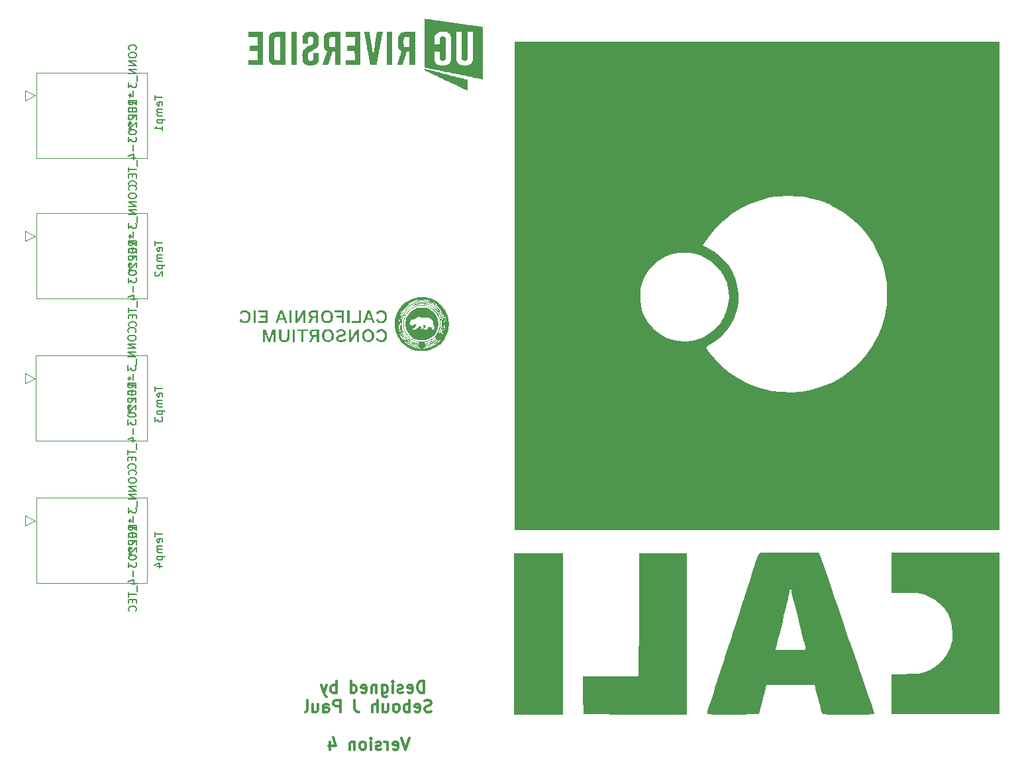
<source format=gbr>
%TF.GenerationSoftware,KiCad,Pcbnew,(6.0.8-1)-1*%
%TF.CreationDate,2022-11-16T14:23:37-05:00*%
%TF.ProjectId,Untitled,556e7469-746c-4656-942e-6b696361645f,rev?*%
%TF.SameCoordinates,Original*%
%TF.FileFunction,Legend,Bot*%
%TF.FilePolarity,Positive*%
%FSLAX46Y46*%
G04 Gerber Fmt 4.6, Leading zero omitted, Abs format (unit mm)*
G04 Created by KiCad (PCBNEW (6.0.8-1)-1) date 2022-11-16 14:23:37*
%MOMM*%
%LPD*%
G01*
G04 APERTURE LIST*
%ADD10C,0.150000*%
%ADD11C,0.300000*%
%ADD12C,0.120000*%
G04 APERTURE END LIST*
D10*
X62052380Y-101090476D02*
X62052380Y-101661904D01*
X63052380Y-101376190D02*
X62052380Y-101376190D01*
X63004761Y-102376190D02*
X63052380Y-102280952D01*
X63052380Y-102090476D01*
X63004761Y-101995238D01*
X62909523Y-101947619D01*
X62528571Y-101947619D01*
X62433333Y-101995238D01*
X62385714Y-102090476D01*
X62385714Y-102280952D01*
X62433333Y-102376190D01*
X62528571Y-102423809D01*
X62623809Y-102423809D01*
X62719047Y-101947619D01*
X63052380Y-102852380D02*
X62385714Y-102852380D01*
X62480952Y-102852380D02*
X62433333Y-102900000D01*
X62385714Y-102995238D01*
X62385714Y-103138095D01*
X62433333Y-103233333D01*
X62528571Y-103280952D01*
X63052380Y-103280952D01*
X62528571Y-103280952D02*
X62433333Y-103328571D01*
X62385714Y-103423809D01*
X62385714Y-103566666D01*
X62433333Y-103661904D01*
X62528571Y-103709523D01*
X63052380Y-103709523D01*
X62385714Y-104185714D02*
X63385714Y-104185714D01*
X62433333Y-104185714D02*
X62385714Y-104280952D01*
X62385714Y-104471428D01*
X62433333Y-104566666D01*
X62480952Y-104614285D01*
X62576190Y-104661904D01*
X62861904Y-104661904D01*
X62957142Y-104614285D01*
X63004761Y-104566666D01*
X63052380Y-104471428D01*
X63052380Y-104280952D01*
X63004761Y-104185714D01*
X62385714Y-105519047D02*
X63052380Y-105519047D01*
X62004761Y-105280952D02*
X62719047Y-105042857D01*
X62719047Y-105661904D01*
D11*
X96471428Y-121656071D02*
X96471428Y-120156071D01*
X96114285Y-120156071D01*
X95900000Y-120227500D01*
X95757142Y-120370357D01*
X95685714Y-120513214D01*
X95614285Y-120798928D01*
X95614285Y-121013214D01*
X95685714Y-121298928D01*
X95757142Y-121441785D01*
X95900000Y-121584642D01*
X96114285Y-121656071D01*
X96471428Y-121656071D01*
X94400000Y-121584642D02*
X94542857Y-121656071D01*
X94828571Y-121656071D01*
X94971428Y-121584642D01*
X95042857Y-121441785D01*
X95042857Y-120870357D01*
X94971428Y-120727500D01*
X94828571Y-120656071D01*
X94542857Y-120656071D01*
X94400000Y-120727500D01*
X94328571Y-120870357D01*
X94328571Y-121013214D01*
X95042857Y-121156071D01*
X93757142Y-121584642D02*
X93614285Y-121656071D01*
X93328571Y-121656071D01*
X93185714Y-121584642D01*
X93114285Y-121441785D01*
X93114285Y-121370357D01*
X93185714Y-121227500D01*
X93328571Y-121156071D01*
X93542857Y-121156071D01*
X93685714Y-121084642D01*
X93757142Y-120941785D01*
X93757142Y-120870357D01*
X93685714Y-120727500D01*
X93542857Y-120656071D01*
X93328571Y-120656071D01*
X93185714Y-120727500D01*
X92471428Y-121656071D02*
X92471428Y-120656071D01*
X92471428Y-120156071D02*
X92542857Y-120227500D01*
X92471428Y-120298928D01*
X92400000Y-120227500D01*
X92471428Y-120156071D01*
X92471428Y-120298928D01*
X91114285Y-120656071D02*
X91114285Y-121870357D01*
X91185714Y-122013214D01*
X91257142Y-122084642D01*
X91400000Y-122156071D01*
X91614285Y-122156071D01*
X91757142Y-122084642D01*
X91114285Y-121584642D02*
X91257142Y-121656071D01*
X91542857Y-121656071D01*
X91685714Y-121584642D01*
X91757142Y-121513214D01*
X91828571Y-121370357D01*
X91828571Y-120941785D01*
X91757142Y-120798928D01*
X91685714Y-120727500D01*
X91542857Y-120656071D01*
X91257142Y-120656071D01*
X91114285Y-120727500D01*
X90400000Y-120656071D02*
X90400000Y-121656071D01*
X90400000Y-120798928D02*
X90328571Y-120727500D01*
X90185714Y-120656071D01*
X89971428Y-120656071D01*
X89828571Y-120727500D01*
X89757142Y-120870357D01*
X89757142Y-121656071D01*
X88471428Y-121584642D02*
X88614285Y-121656071D01*
X88900000Y-121656071D01*
X89042857Y-121584642D01*
X89114285Y-121441785D01*
X89114285Y-120870357D01*
X89042857Y-120727500D01*
X88900000Y-120656071D01*
X88614285Y-120656071D01*
X88471428Y-120727500D01*
X88400000Y-120870357D01*
X88400000Y-121013214D01*
X89114285Y-121156071D01*
X87114285Y-121656071D02*
X87114285Y-120156071D01*
X87114285Y-121584642D02*
X87257142Y-121656071D01*
X87542857Y-121656071D01*
X87685714Y-121584642D01*
X87757142Y-121513214D01*
X87828571Y-121370357D01*
X87828571Y-120941785D01*
X87757142Y-120798928D01*
X87685714Y-120727500D01*
X87542857Y-120656071D01*
X87257142Y-120656071D01*
X87114285Y-120727500D01*
X85257142Y-121656071D02*
X85257142Y-120156071D01*
X85257142Y-120727500D02*
X85114285Y-120656071D01*
X84828571Y-120656071D01*
X84685714Y-120727500D01*
X84614285Y-120798928D01*
X84542857Y-120941785D01*
X84542857Y-121370357D01*
X84614285Y-121513214D01*
X84685714Y-121584642D01*
X84828571Y-121656071D01*
X85114285Y-121656071D01*
X85257142Y-121584642D01*
X84042857Y-120656071D02*
X83685714Y-121656071D01*
X83328571Y-120656071D02*
X83685714Y-121656071D01*
X83828571Y-122013214D01*
X83900000Y-122084642D01*
X84042857Y-122156071D01*
X97400000Y-123999642D02*
X97185714Y-124071071D01*
X96828571Y-124071071D01*
X96685714Y-123999642D01*
X96614285Y-123928214D01*
X96542857Y-123785357D01*
X96542857Y-123642500D01*
X96614285Y-123499642D01*
X96685714Y-123428214D01*
X96828571Y-123356785D01*
X97114285Y-123285357D01*
X97257142Y-123213928D01*
X97328571Y-123142500D01*
X97400000Y-122999642D01*
X97400000Y-122856785D01*
X97328571Y-122713928D01*
X97257142Y-122642500D01*
X97114285Y-122571071D01*
X96757142Y-122571071D01*
X96542857Y-122642500D01*
X95328571Y-123999642D02*
X95471428Y-124071071D01*
X95757142Y-124071071D01*
X95900000Y-123999642D01*
X95971428Y-123856785D01*
X95971428Y-123285357D01*
X95900000Y-123142500D01*
X95757142Y-123071071D01*
X95471428Y-123071071D01*
X95328571Y-123142500D01*
X95257142Y-123285357D01*
X95257142Y-123428214D01*
X95971428Y-123571071D01*
X94614285Y-124071071D02*
X94614285Y-122571071D01*
X94614285Y-123142500D02*
X94471428Y-123071071D01*
X94185714Y-123071071D01*
X94042857Y-123142500D01*
X93971428Y-123213928D01*
X93900000Y-123356785D01*
X93900000Y-123785357D01*
X93971428Y-123928214D01*
X94042857Y-123999642D01*
X94185714Y-124071071D01*
X94471428Y-124071071D01*
X94614285Y-123999642D01*
X93042857Y-124071071D02*
X93185714Y-123999642D01*
X93257142Y-123928214D01*
X93328571Y-123785357D01*
X93328571Y-123356785D01*
X93257142Y-123213928D01*
X93185714Y-123142500D01*
X93042857Y-123071071D01*
X92828571Y-123071071D01*
X92685714Y-123142500D01*
X92614285Y-123213928D01*
X92542857Y-123356785D01*
X92542857Y-123785357D01*
X92614285Y-123928214D01*
X92685714Y-123999642D01*
X92828571Y-124071071D01*
X93042857Y-124071071D01*
X91257142Y-123071071D02*
X91257142Y-124071071D01*
X91900000Y-123071071D02*
X91900000Y-123856785D01*
X91828571Y-123999642D01*
X91685714Y-124071071D01*
X91471428Y-124071071D01*
X91328571Y-123999642D01*
X91257142Y-123928214D01*
X90542857Y-124071071D02*
X90542857Y-122571071D01*
X89900000Y-124071071D02*
X89900000Y-123285357D01*
X89971428Y-123142500D01*
X90114285Y-123071071D01*
X90328571Y-123071071D01*
X90471428Y-123142500D01*
X90542857Y-123213928D01*
X87614285Y-122571071D02*
X87614285Y-123642500D01*
X87685714Y-123856785D01*
X87828571Y-123999642D01*
X88042857Y-124071071D01*
X88185714Y-124071071D01*
X85757142Y-124071071D02*
X85757142Y-122571071D01*
X85185714Y-122571071D01*
X85042857Y-122642500D01*
X84971428Y-122713928D01*
X84900000Y-122856785D01*
X84900000Y-123071071D01*
X84971428Y-123213928D01*
X85042857Y-123285357D01*
X85185714Y-123356785D01*
X85757142Y-123356785D01*
X83614285Y-124071071D02*
X83614285Y-123285357D01*
X83685714Y-123142500D01*
X83828571Y-123071071D01*
X84114285Y-123071071D01*
X84257142Y-123142500D01*
X83614285Y-123999642D02*
X83757142Y-124071071D01*
X84114285Y-124071071D01*
X84257142Y-123999642D01*
X84328571Y-123856785D01*
X84328571Y-123713928D01*
X84257142Y-123571071D01*
X84114285Y-123499642D01*
X83757142Y-123499642D01*
X83614285Y-123428214D01*
X82257142Y-123071071D02*
X82257142Y-124071071D01*
X82900000Y-123071071D02*
X82900000Y-123856785D01*
X82828571Y-123999642D01*
X82685714Y-124071071D01*
X82471428Y-124071071D01*
X82328571Y-123999642D01*
X82257142Y-123928214D01*
X81328571Y-124071071D02*
X81471428Y-123999642D01*
X81542857Y-123856785D01*
X81542857Y-122571071D01*
X94614285Y-127401071D02*
X94114285Y-128901071D01*
X93614285Y-127401071D01*
X92542857Y-128829642D02*
X92685714Y-128901071D01*
X92971428Y-128901071D01*
X93114285Y-128829642D01*
X93185714Y-128686785D01*
X93185714Y-128115357D01*
X93114285Y-127972500D01*
X92971428Y-127901071D01*
X92685714Y-127901071D01*
X92542857Y-127972500D01*
X92471428Y-128115357D01*
X92471428Y-128258214D01*
X93185714Y-128401071D01*
X91828571Y-128901071D02*
X91828571Y-127901071D01*
X91828571Y-128186785D02*
X91757142Y-128043928D01*
X91685714Y-127972500D01*
X91542857Y-127901071D01*
X91400000Y-127901071D01*
X90971428Y-128829642D02*
X90828571Y-128901071D01*
X90542857Y-128901071D01*
X90400000Y-128829642D01*
X90328571Y-128686785D01*
X90328571Y-128615357D01*
X90400000Y-128472500D01*
X90542857Y-128401071D01*
X90757142Y-128401071D01*
X90900000Y-128329642D01*
X90971428Y-128186785D01*
X90971428Y-128115357D01*
X90900000Y-127972500D01*
X90757142Y-127901071D01*
X90542857Y-127901071D01*
X90400000Y-127972500D01*
X89685714Y-128901071D02*
X89685714Y-127901071D01*
X89685714Y-127401071D02*
X89757142Y-127472500D01*
X89685714Y-127543928D01*
X89614285Y-127472500D01*
X89685714Y-127401071D01*
X89685714Y-127543928D01*
X88757142Y-128901071D02*
X88900000Y-128829642D01*
X88971428Y-128758214D01*
X89042857Y-128615357D01*
X89042857Y-128186785D01*
X88971428Y-128043928D01*
X88900000Y-127972500D01*
X88757142Y-127901071D01*
X88542857Y-127901071D01*
X88400000Y-127972500D01*
X88328571Y-128043928D01*
X88257142Y-128186785D01*
X88257142Y-128615357D01*
X88328571Y-128758214D01*
X88400000Y-128829642D01*
X88542857Y-128901071D01*
X88757142Y-128901071D01*
X87614285Y-127901071D02*
X87614285Y-128901071D01*
X87614285Y-128043928D02*
X87542857Y-127972500D01*
X87400000Y-127901071D01*
X87185714Y-127901071D01*
X87042857Y-127972500D01*
X86971428Y-128115357D01*
X86971428Y-128901071D01*
X84471428Y-127901071D02*
X84471428Y-128901071D01*
X84828571Y-127329642D02*
X85185714Y-128401071D01*
X84257142Y-128401071D01*
D10*
X62052380Y-63833331D02*
X62052380Y-64404759D01*
X63052380Y-64119045D02*
X62052380Y-64119045D01*
X63004761Y-65119045D02*
X63052380Y-65023807D01*
X63052380Y-64833331D01*
X63004761Y-64738093D01*
X62909523Y-64690474D01*
X62528571Y-64690474D01*
X62433333Y-64738093D01*
X62385714Y-64833331D01*
X62385714Y-65023807D01*
X62433333Y-65119045D01*
X62528571Y-65166664D01*
X62623809Y-65166664D01*
X62719047Y-64690474D01*
X63052380Y-65595235D02*
X62385714Y-65595235D01*
X62480952Y-65595235D02*
X62433333Y-65642855D01*
X62385714Y-65738093D01*
X62385714Y-65880950D01*
X62433333Y-65976188D01*
X62528571Y-66023807D01*
X63052380Y-66023807D01*
X62528571Y-66023807D02*
X62433333Y-66071426D01*
X62385714Y-66166664D01*
X62385714Y-66309521D01*
X62433333Y-66404759D01*
X62528571Y-66452378D01*
X63052380Y-66452378D01*
X62385714Y-66928569D02*
X63385714Y-66928569D01*
X62433333Y-66928569D02*
X62385714Y-67023807D01*
X62385714Y-67214283D01*
X62433333Y-67309521D01*
X62480952Y-67357140D01*
X62576190Y-67404759D01*
X62861904Y-67404759D01*
X62957142Y-67357140D01*
X63004761Y-67309521D01*
X63052380Y-67214283D01*
X63052380Y-67023807D01*
X63004761Y-66928569D01*
X62147619Y-67785712D02*
X62100000Y-67833331D01*
X62052380Y-67928569D01*
X62052380Y-68166664D01*
X62100000Y-68261902D01*
X62147619Y-68309521D01*
X62242857Y-68357140D01*
X62338095Y-68357140D01*
X62480952Y-68309521D01*
X63052380Y-67738093D01*
X63052380Y-68357140D01*
X62052380Y-45204761D02*
X62052380Y-45776189D01*
X63052380Y-45490475D02*
X62052380Y-45490475D01*
X63004761Y-46490475D02*
X63052380Y-46395237D01*
X63052380Y-46204761D01*
X63004761Y-46109523D01*
X62909523Y-46061904D01*
X62528571Y-46061904D01*
X62433333Y-46109523D01*
X62385714Y-46204761D01*
X62385714Y-46395237D01*
X62433333Y-46490475D01*
X62528571Y-46538094D01*
X62623809Y-46538094D01*
X62719047Y-46061904D01*
X63052380Y-46966665D02*
X62385714Y-46966665D01*
X62480952Y-46966665D02*
X62433333Y-47014285D01*
X62385714Y-47109523D01*
X62385714Y-47252380D01*
X62433333Y-47347618D01*
X62528571Y-47395237D01*
X63052380Y-47395237D01*
X62528571Y-47395237D02*
X62433333Y-47442856D01*
X62385714Y-47538094D01*
X62385714Y-47680951D01*
X62433333Y-47776189D01*
X62528571Y-47823808D01*
X63052380Y-47823808D01*
X62385714Y-48299999D02*
X63385714Y-48299999D01*
X62433333Y-48299999D02*
X62385714Y-48395237D01*
X62385714Y-48585713D01*
X62433333Y-48680951D01*
X62480952Y-48728570D01*
X62576190Y-48776189D01*
X62861904Y-48776189D01*
X62957142Y-48728570D01*
X63004761Y-48680951D01*
X63052380Y-48585713D01*
X63052380Y-48395237D01*
X63004761Y-48299999D01*
X63052380Y-49728570D02*
X63052380Y-49157142D01*
X63052380Y-49442856D02*
X62052380Y-49442856D01*
X62195238Y-49347618D01*
X62290476Y-49252380D01*
X62338095Y-49157142D01*
X62052380Y-82461901D02*
X62052380Y-83033329D01*
X63052380Y-82747615D02*
X62052380Y-82747615D01*
X63004761Y-83747615D02*
X63052380Y-83652377D01*
X63052380Y-83461901D01*
X63004761Y-83366663D01*
X62909523Y-83319044D01*
X62528571Y-83319044D01*
X62433333Y-83366663D01*
X62385714Y-83461901D01*
X62385714Y-83652377D01*
X62433333Y-83747615D01*
X62528571Y-83795234D01*
X62623809Y-83795234D01*
X62719047Y-83319044D01*
X63052380Y-84223805D02*
X62385714Y-84223805D01*
X62480952Y-84223805D02*
X62433333Y-84271425D01*
X62385714Y-84366663D01*
X62385714Y-84509520D01*
X62433333Y-84604758D01*
X62528571Y-84652377D01*
X63052380Y-84652377D01*
X62528571Y-84652377D02*
X62433333Y-84699996D01*
X62385714Y-84795234D01*
X62385714Y-84938091D01*
X62433333Y-85033329D01*
X62528571Y-85080948D01*
X63052380Y-85080948D01*
X62385714Y-85557139D02*
X63385714Y-85557139D01*
X62433333Y-85557139D02*
X62385714Y-85652377D01*
X62385714Y-85842853D01*
X62433333Y-85938091D01*
X62480952Y-85985710D01*
X62576190Y-86033329D01*
X62861904Y-86033329D01*
X62957142Y-85985710D01*
X63004761Y-85938091D01*
X63052380Y-85842853D01*
X63052380Y-85652377D01*
X63004761Y-85557139D01*
X62052380Y-86366663D02*
X62052380Y-86985710D01*
X62433333Y-86652377D01*
X62433333Y-86795234D01*
X62480952Y-86890472D01*
X62528571Y-86938091D01*
X62623809Y-86985710D01*
X62861904Y-86985710D01*
X62957142Y-86938091D01*
X63004761Y-86890472D01*
X63052380Y-86795234D01*
X63052380Y-86509520D01*
X63004761Y-86414282D01*
X62957142Y-86366663D01*
%TO.C,REF\u002A\u002A*%
X59702480Y-100819166D02*
X59226290Y-100485833D01*
X59702480Y-100247738D02*
X58702480Y-100247738D01*
X58702480Y-100628690D01*
X58750100Y-100723928D01*
X58797719Y-100771547D01*
X58892957Y-100819166D01*
X59035814Y-100819166D01*
X59131052Y-100771547D01*
X59178671Y-100723928D01*
X59226290Y-100628690D01*
X59226290Y-100247738D01*
X59178671Y-101247738D02*
X59178671Y-101581071D01*
X59702480Y-101723928D02*
X59702480Y-101247738D01*
X58702480Y-101247738D01*
X58702480Y-101723928D01*
X59178671Y-102485833D02*
X59178671Y-102152500D01*
X59702480Y-102152500D02*
X58702480Y-102152500D01*
X58702480Y-102628690D01*
X58702480Y-103152500D02*
X58940576Y-103152500D01*
X58845338Y-102914404D02*
X58940576Y-103152500D01*
X58845338Y-103390595D01*
X59131052Y-103009642D02*
X58940576Y-103152500D01*
X59131052Y-103295357D01*
X58702480Y-103914404D02*
X58940576Y-103914404D01*
X58845338Y-103676309D02*
X58940576Y-103914404D01*
X58845338Y-104152500D01*
X59131052Y-103771547D02*
X58940576Y-103914404D01*
X59131052Y-104057261D01*
X59607242Y-93747738D02*
X59654861Y-93700119D01*
X59702480Y-93557261D01*
X59702480Y-93462023D01*
X59654861Y-93319166D01*
X59559623Y-93223928D01*
X59464385Y-93176309D01*
X59273909Y-93128690D01*
X59131052Y-93128690D01*
X58940576Y-93176309D01*
X58845338Y-93223928D01*
X58750100Y-93319166D01*
X58702480Y-93462023D01*
X58702480Y-93557261D01*
X58750100Y-93700119D01*
X58797719Y-93747738D01*
X58702480Y-94366785D02*
X58702480Y-94557261D01*
X58750100Y-94652500D01*
X58845338Y-94747738D01*
X59035814Y-94795357D01*
X59369147Y-94795357D01*
X59559623Y-94747738D01*
X59654861Y-94652500D01*
X59702480Y-94557261D01*
X59702480Y-94366785D01*
X59654861Y-94271547D01*
X59559623Y-94176309D01*
X59369147Y-94128690D01*
X59035814Y-94128690D01*
X58845338Y-94176309D01*
X58750100Y-94271547D01*
X58702480Y-94366785D01*
X59702480Y-95223928D02*
X58702480Y-95223928D01*
X59702480Y-95795357D01*
X58702480Y-95795357D01*
X59702480Y-96271547D02*
X58702480Y-96271547D01*
X59702480Y-96842976D01*
X58702480Y-96842976D01*
X59797719Y-97081071D02*
X59797719Y-97842976D01*
X58702480Y-97985833D02*
X58702480Y-98604880D01*
X59083433Y-98271547D01*
X59083433Y-98414404D01*
X59131052Y-98509642D01*
X59178671Y-98557261D01*
X59273909Y-98604880D01*
X59512004Y-98604880D01*
X59607242Y-98557261D01*
X59654861Y-98509642D01*
X59702480Y-98414404D01*
X59702480Y-98128690D01*
X59654861Y-98033452D01*
X59607242Y-97985833D01*
X59321528Y-99033452D02*
X59321528Y-99795357D01*
X59702480Y-100795357D02*
X59702480Y-100223928D01*
X59702480Y-100509642D02*
X58702480Y-100509642D01*
X58845338Y-100414404D01*
X58940576Y-100319166D01*
X58988195Y-100223928D01*
X58702480Y-101414404D02*
X58702480Y-101509642D01*
X58750100Y-101604880D01*
X58797719Y-101652500D01*
X58892957Y-101700119D01*
X59083433Y-101747738D01*
X59321528Y-101747738D01*
X59512004Y-101700119D01*
X59607242Y-101652500D01*
X59654861Y-101604880D01*
X59702480Y-101509642D01*
X59702480Y-101414404D01*
X59654861Y-101319166D01*
X59607242Y-101271547D01*
X59512004Y-101223928D01*
X59321528Y-101176309D01*
X59083433Y-101176309D01*
X58892957Y-101223928D01*
X58797719Y-101271547D01*
X58750100Y-101319166D01*
X58702480Y-101414404D01*
X58797719Y-102128690D02*
X58750100Y-102176309D01*
X58702480Y-102271547D01*
X58702480Y-102509642D01*
X58750100Y-102604880D01*
X58797719Y-102652500D01*
X58892957Y-102700119D01*
X58988195Y-102700119D01*
X59131052Y-102652500D01*
X59702480Y-102081071D01*
X59702480Y-102700119D01*
X58797719Y-103081071D02*
X58750100Y-103128690D01*
X58702480Y-103223928D01*
X58702480Y-103462023D01*
X58750100Y-103557261D01*
X58797719Y-103604880D01*
X58892957Y-103652500D01*
X58988195Y-103652500D01*
X59131052Y-103604880D01*
X59702480Y-103033452D01*
X59702480Y-103652500D01*
X58702480Y-104271547D02*
X58702480Y-104366785D01*
X58750100Y-104462023D01*
X58797719Y-104509642D01*
X58892957Y-104557261D01*
X59083433Y-104604880D01*
X59321528Y-104604880D01*
X59512004Y-104557261D01*
X59607242Y-104509642D01*
X59654861Y-104462023D01*
X59702480Y-104366785D01*
X59702480Y-104271547D01*
X59654861Y-104176309D01*
X59607242Y-104128690D01*
X59512004Y-104081071D01*
X59321528Y-104033452D01*
X59083433Y-104033452D01*
X58892957Y-104081071D01*
X58797719Y-104128690D01*
X58750100Y-104176309D01*
X58702480Y-104271547D01*
X58702480Y-104938214D02*
X58702480Y-105557261D01*
X59083433Y-105223928D01*
X59083433Y-105366785D01*
X59131052Y-105462023D01*
X59178671Y-105509642D01*
X59273909Y-105557261D01*
X59512004Y-105557261D01*
X59607242Y-105509642D01*
X59654861Y-105462023D01*
X59702480Y-105366785D01*
X59702480Y-105081071D01*
X59654861Y-104985833D01*
X59607242Y-104938214D01*
X59321528Y-105985833D02*
X59321528Y-106747738D01*
X59035814Y-107652500D02*
X59702480Y-107652500D01*
X58654861Y-107414404D02*
X59369147Y-107176309D01*
X59369147Y-107795357D01*
X59797719Y-107938214D02*
X59797719Y-108700119D01*
X58702480Y-108795357D02*
X58702480Y-109366785D01*
X59702480Y-109081071D02*
X58702480Y-109081071D01*
X59178671Y-109700119D02*
X59178671Y-110033452D01*
X59702480Y-110176309D02*
X59702480Y-109700119D01*
X58702480Y-109700119D01*
X58702480Y-110176309D01*
X59607242Y-111176309D02*
X59654861Y-111128690D01*
X59702480Y-110985833D01*
X59702480Y-110890595D01*
X59654861Y-110747738D01*
X59559623Y-110652500D01*
X59464385Y-110604880D01*
X59273909Y-110557261D01*
X59131052Y-110557261D01*
X58940576Y-110604880D01*
X58845338Y-110652500D01*
X58750100Y-110747738D01*
X58702480Y-110890595D01*
X58702480Y-110985833D01*
X58750100Y-111128690D01*
X58797719Y-111176309D01*
X58702480Y-99612500D02*
X58940576Y-99612500D01*
X58845338Y-99374404D02*
X58940576Y-99612500D01*
X58845338Y-99850595D01*
X59131052Y-99469642D02*
X58940576Y-99612500D01*
X59131052Y-99755357D01*
X59702480Y-64419166D02*
X59226290Y-64085833D01*
X59702480Y-63847738D02*
X58702480Y-63847738D01*
X58702480Y-64228690D01*
X58750100Y-64323928D01*
X58797719Y-64371547D01*
X58892957Y-64419166D01*
X59035814Y-64419166D01*
X59131052Y-64371547D01*
X59178671Y-64323928D01*
X59226290Y-64228690D01*
X59226290Y-63847738D01*
X59178671Y-64847738D02*
X59178671Y-65181071D01*
X59702480Y-65323928D02*
X59702480Y-64847738D01*
X58702480Y-64847738D01*
X58702480Y-65323928D01*
X59178671Y-66085833D02*
X59178671Y-65752500D01*
X59702480Y-65752500D02*
X58702480Y-65752500D01*
X58702480Y-66228690D01*
X58702480Y-66752500D02*
X58940576Y-66752500D01*
X58845338Y-66514404D02*
X58940576Y-66752500D01*
X58845338Y-66990595D01*
X59131052Y-66609642D02*
X58940576Y-66752500D01*
X59131052Y-66895357D01*
X58702480Y-67514404D02*
X58940576Y-67514404D01*
X58845338Y-67276309D02*
X58940576Y-67514404D01*
X58845338Y-67752500D01*
X59131052Y-67371547D02*
X58940576Y-67514404D01*
X59131052Y-67657261D01*
X59607242Y-57347738D02*
X59654861Y-57300119D01*
X59702480Y-57157261D01*
X59702480Y-57062023D01*
X59654861Y-56919166D01*
X59559623Y-56823928D01*
X59464385Y-56776309D01*
X59273909Y-56728690D01*
X59131052Y-56728690D01*
X58940576Y-56776309D01*
X58845338Y-56823928D01*
X58750100Y-56919166D01*
X58702480Y-57062023D01*
X58702480Y-57157261D01*
X58750100Y-57300119D01*
X58797719Y-57347738D01*
X58702480Y-57966785D02*
X58702480Y-58157261D01*
X58750100Y-58252500D01*
X58845338Y-58347738D01*
X59035814Y-58395357D01*
X59369147Y-58395357D01*
X59559623Y-58347738D01*
X59654861Y-58252500D01*
X59702480Y-58157261D01*
X59702480Y-57966785D01*
X59654861Y-57871547D01*
X59559623Y-57776309D01*
X59369147Y-57728690D01*
X59035814Y-57728690D01*
X58845338Y-57776309D01*
X58750100Y-57871547D01*
X58702480Y-57966785D01*
X59702480Y-58823928D02*
X58702480Y-58823928D01*
X59702480Y-59395357D01*
X58702480Y-59395357D01*
X59702480Y-59871547D02*
X58702480Y-59871547D01*
X59702480Y-60442976D01*
X58702480Y-60442976D01*
X59797719Y-60681071D02*
X59797719Y-61442976D01*
X58702480Y-61585833D02*
X58702480Y-62204880D01*
X59083433Y-61871547D01*
X59083433Y-62014404D01*
X59131052Y-62109642D01*
X59178671Y-62157261D01*
X59273909Y-62204880D01*
X59512004Y-62204880D01*
X59607242Y-62157261D01*
X59654861Y-62109642D01*
X59702480Y-62014404D01*
X59702480Y-61728690D01*
X59654861Y-61633452D01*
X59607242Y-61585833D01*
X59321528Y-62633452D02*
X59321528Y-63395357D01*
X59702480Y-64395357D02*
X59702480Y-63823928D01*
X59702480Y-64109642D02*
X58702480Y-64109642D01*
X58845338Y-64014404D01*
X58940576Y-63919166D01*
X58988195Y-63823928D01*
X58702480Y-65014404D02*
X58702480Y-65109642D01*
X58750100Y-65204880D01*
X58797719Y-65252500D01*
X58892957Y-65300119D01*
X59083433Y-65347738D01*
X59321528Y-65347738D01*
X59512004Y-65300119D01*
X59607242Y-65252500D01*
X59654861Y-65204880D01*
X59702480Y-65109642D01*
X59702480Y-65014404D01*
X59654861Y-64919166D01*
X59607242Y-64871547D01*
X59512004Y-64823928D01*
X59321528Y-64776309D01*
X59083433Y-64776309D01*
X58892957Y-64823928D01*
X58797719Y-64871547D01*
X58750100Y-64919166D01*
X58702480Y-65014404D01*
X58797719Y-65728690D02*
X58750100Y-65776309D01*
X58702480Y-65871547D01*
X58702480Y-66109642D01*
X58750100Y-66204880D01*
X58797719Y-66252500D01*
X58892957Y-66300119D01*
X58988195Y-66300119D01*
X59131052Y-66252500D01*
X59702480Y-65681071D01*
X59702480Y-66300119D01*
X58797719Y-66681071D02*
X58750100Y-66728690D01*
X58702480Y-66823928D01*
X58702480Y-67062023D01*
X58750100Y-67157261D01*
X58797719Y-67204880D01*
X58892957Y-67252500D01*
X58988195Y-67252500D01*
X59131052Y-67204880D01*
X59702480Y-66633452D01*
X59702480Y-67252500D01*
X58702480Y-67871547D02*
X58702480Y-67966785D01*
X58750100Y-68062023D01*
X58797719Y-68109642D01*
X58892957Y-68157261D01*
X59083433Y-68204880D01*
X59321528Y-68204880D01*
X59512004Y-68157261D01*
X59607242Y-68109642D01*
X59654861Y-68062023D01*
X59702480Y-67966785D01*
X59702480Y-67871547D01*
X59654861Y-67776309D01*
X59607242Y-67728690D01*
X59512004Y-67681071D01*
X59321528Y-67633452D01*
X59083433Y-67633452D01*
X58892957Y-67681071D01*
X58797719Y-67728690D01*
X58750100Y-67776309D01*
X58702480Y-67871547D01*
X58702480Y-68538214D02*
X58702480Y-69157261D01*
X59083433Y-68823928D01*
X59083433Y-68966785D01*
X59131052Y-69062023D01*
X59178671Y-69109642D01*
X59273909Y-69157261D01*
X59512004Y-69157261D01*
X59607242Y-69109642D01*
X59654861Y-69062023D01*
X59702480Y-68966785D01*
X59702480Y-68681071D01*
X59654861Y-68585833D01*
X59607242Y-68538214D01*
X59321528Y-69585833D02*
X59321528Y-70347738D01*
X59035814Y-71252500D02*
X59702480Y-71252500D01*
X58654861Y-71014404D02*
X59369147Y-70776309D01*
X59369147Y-71395357D01*
X59797719Y-71538214D02*
X59797719Y-72300119D01*
X58702480Y-72395357D02*
X58702480Y-72966785D01*
X59702480Y-72681071D02*
X58702480Y-72681071D01*
X59178671Y-73300119D02*
X59178671Y-73633452D01*
X59702480Y-73776309D02*
X59702480Y-73300119D01*
X58702480Y-73300119D01*
X58702480Y-73776309D01*
X59607242Y-74776309D02*
X59654861Y-74728690D01*
X59702480Y-74585833D01*
X59702480Y-74490595D01*
X59654861Y-74347738D01*
X59559623Y-74252500D01*
X59464385Y-74204880D01*
X59273909Y-74157261D01*
X59131052Y-74157261D01*
X58940576Y-74204880D01*
X58845338Y-74252500D01*
X58750100Y-74347738D01*
X58702480Y-74490595D01*
X58702480Y-74585833D01*
X58750100Y-74728690D01*
X58797719Y-74776309D01*
X58702480Y-63212500D02*
X58940576Y-63212500D01*
X58845338Y-62974404D02*
X58940576Y-63212500D01*
X58845338Y-63450595D01*
X59131052Y-63069642D02*
X58940576Y-63212500D01*
X59131052Y-63355357D01*
X59652380Y-82606666D02*
X59176190Y-82273333D01*
X59652380Y-82035238D02*
X58652380Y-82035238D01*
X58652380Y-82416190D01*
X58700000Y-82511428D01*
X58747619Y-82559047D01*
X58842857Y-82606666D01*
X58985714Y-82606666D01*
X59080952Y-82559047D01*
X59128571Y-82511428D01*
X59176190Y-82416190D01*
X59176190Y-82035238D01*
X59128571Y-83035238D02*
X59128571Y-83368571D01*
X59652380Y-83511428D02*
X59652380Y-83035238D01*
X58652380Y-83035238D01*
X58652380Y-83511428D01*
X59128571Y-84273333D02*
X59128571Y-83940000D01*
X59652380Y-83940000D02*
X58652380Y-83940000D01*
X58652380Y-84416190D01*
X58652380Y-84940000D02*
X58890476Y-84940000D01*
X58795238Y-84701904D02*
X58890476Y-84940000D01*
X58795238Y-85178095D01*
X59080952Y-84797142D02*
X58890476Y-84940000D01*
X59080952Y-85082857D01*
X58652380Y-85701904D02*
X58890476Y-85701904D01*
X58795238Y-85463809D02*
X58890476Y-85701904D01*
X58795238Y-85940000D01*
X59080952Y-85559047D02*
X58890476Y-85701904D01*
X59080952Y-85844761D01*
X59557142Y-75535238D02*
X59604761Y-75487619D01*
X59652380Y-75344761D01*
X59652380Y-75249523D01*
X59604761Y-75106666D01*
X59509523Y-75011428D01*
X59414285Y-74963809D01*
X59223809Y-74916190D01*
X59080952Y-74916190D01*
X58890476Y-74963809D01*
X58795238Y-75011428D01*
X58700000Y-75106666D01*
X58652380Y-75249523D01*
X58652380Y-75344761D01*
X58700000Y-75487619D01*
X58747619Y-75535238D01*
X58652380Y-76154285D02*
X58652380Y-76344761D01*
X58700000Y-76440000D01*
X58795238Y-76535238D01*
X58985714Y-76582857D01*
X59319047Y-76582857D01*
X59509523Y-76535238D01*
X59604761Y-76440000D01*
X59652380Y-76344761D01*
X59652380Y-76154285D01*
X59604761Y-76059047D01*
X59509523Y-75963809D01*
X59319047Y-75916190D01*
X58985714Y-75916190D01*
X58795238Y-75963809D01*
X58700000Y-76059047D01*
X58652380Y-76154285D01*
X59652380Y-77011428D02*
X58652380Y-77011428D01*
X59652380Y-77582857D01*
X58652380Y-77582857D01*
X59652380Y-78059047D02*
X58652380Y-78059047D01*
X59652380Y-78630476D01*
X58652380Y-78630476D01*
X59747619Y-78868571D02*
X59747619Y-79630476D01*
X58652380Y-79773333D02*
X58652380Y-80392380D01*
X59033333Y-80059047D01*
X59033333Y-80201904D01*
X59080952Y-80297142D01*
X59128571Y-80344761D01*
X59223809Y-80392380D01*
X59461904Y-80392380D01*
X59557142Y-80344761D01*
X59604761Y-80297142D01*
X59652380Y-80201904D01*
X59652380Y-79916190D01*
X59604761Y-79820952D01*
X59557142Y-79773333D01*
X59271428Y-80820952D02*
X59271428Y-81582857D01*
X59652380Y-82582857D02*
X59652380Y-82011428D01*
X59652380Y-82297142D02*
X58652380Y-82297142D01*
X58795238Y-82201904D01*
X58890476Y-82106666D01*
X58938095Y-82011428D01*
X58652380Y-83201904D02*
X58652380Y-83297142D01*
X58700000Y-83392380D01*
X58747619Y-83440000D01*
X58842857Y-83487619D01*
X59033333Y-83535238D01*
X59271428Y-83535238D01*
X59461904Y-83487619D01*
X59557142Y-83440000D01*
X59604761Y-83392380D01*
X59652380Y-83297142D01*
X59652380Y-83201904D01*
X59604761Y-83106666D01*
X59557142Y-83059047D01*
X59461904Y-83011428D01*
X59271428Y-82963809D01*
X59033333Y-82963809D01*
X58842857Y-83011428D01*
X58747619Y-83059047D01*
X58700000Y-83106666D01*
X58652380Y-83201904D01*
X58747619Y-83916190D02*
X58700000Y-83963809D01*
X58652380Y-84059047D01*
X58652380Y-84297142D01*
X58700000Y-84392380D01*
X58747619Y-84440000D01*
X58842857Y-84487619D01*
X58938095Y-84487619D01*
X59080952Y-84440000D01*
X59652380Y-83868571D01*
X59652380Y-84487619D01*
X58747619Y-84868571D02*
X58700000Y-84916190D01*
X58652380Y-85011428D01*
X58652380Y-85249523D01*
X58700000Y-85344761D01*
X58747619Y-85392380D01*
X58842857Y-85440000D01*
X58938095Y-85440000D01*
X59080952Y-85392380D01*
X59652380Y-84820952D01*
X59652380Y-85440000D01*
X58652380Y-86059047D02*
X58652380Y-86154285D01*
X58700000Y-86249523D01*
X58747619Y-86297142D01*
X58842857Y-86344761D01*
X59033333Y-86392380D01*
X59271428Y-86392380D01*
X59461904Y-86344761D01*
X59557142Y-86297142D01*
X59604761Y-86249523D01*
X59652380Y-86154285D01*
X59652380Y-86059047D01*
X59604761Y-85963809D01*
X59557142Y-85916190D01*
X59461904Y-85868571D01*
X59271428Y-85820952D01*
X59033333Y-85820952D01*
X58842857Y-85868571D01*
X58747619Y-85916190D01*
X58700000Y-85963809D01*
X58652380Y-86059047D01*
X58652380Y-86725714D02*
X58652380Y-87344761D01*
X59033333Y-87011428D01*
X59033333Y-87154285D01*
X59080952Y-87249523D01*
X59128571Y-87297142D01*
X59223809Y-87344761D01*
X59461904Y-87344761D01*
X59557142Y-87297142D01*
X59604761Y-87249523D01*
X59652380Y-87154285D01*
X59652380Y-86868571D01*
X59604761Y-86773333D01*
X59557142Y-86725714D01*
X59271428Y-87773333D02*
X59271428Y-88535238D01*
X58985714Y-89440000D02*
X59652380Y-89440000D01*
X58604761Y-89201904D02*
X59319047Y-88963809D01*
X59319047Y-89582857D01*
X59747619Y-89725714D02*
X59747619Y-90487619D01*
X58652380Y-90582857D02*
X58652380Y-91154285D01*
X59652380Y-90868571D02*
X58652380Y-90868571D01*
X59128571Y-91487619D02*
X59128571Y-91820952D01*
X59652380Y-91963809D02*
X59652380Y-91487619D01*
X58652380Y-91487619D01*
X58652380Y-91963809D01*
X59557142Y-92963809D02*
X59604761Y-92916190D01*
X59652380Y-92773333D01*
X59652380Y-92678095D01*
X59604761Y-92535238D01*
X59509523Y-92440000D01*
X59414285Y-92392380D01*
X59223809Y-92344761D01*
X59080952Y-92344761D01*
X58890476Y-92392380D01*
X58795238Y-92440000D01*
X58700000Y-92535238D01*
X58652380Y-92678095D01*
X58652380Y-92773333D01*
X58700000Y-92916190D01*
X58747619Y-92963809D01*
X58652380Y-81400000D02*
X58890476Y-81400000D01*
X58795238Y-81161904D02*
X58890476Y-81400000D01*
X58795238Y-81638095D01*
X59080952Y-81257142D02*
X58890476Y-81400000D01*
X59080952Y-81542857D01*
X59702480Y-46419166D02*
X59226290Y-46085833D01*
X59702480Y-45847738D02*
X58702480Y-45847738D01*
X58702480Y-46228690D01*
X58750100Y-46323928D01*
X58797719Y-46371547D01*
X58892957Y-46419166D01*
X59035814Y-46419166D01*
X59131052Y-46371547D01*
X59178671Y-46323928D01*
X59226290Y-46228690D01*
X59226290Y-45847738D01*
X59178671Y-46847738D02*
X59178671Y-47181071D01*
X59702480Y-47323928D02*
X59702480Y-46847738D01*
X58702480Y-46847738D01*
X58702480Y-47323928D01*
X59178671Y-48085833D02*
X59178671Y-47752500D01*
X59702480Y-47752500D02*
X58702480Y-47752500D01*
X58702480Y-48228690D01*
X58702480Y-48752500D02*
X58940576Y-48752500D01*
X58845338Y-48514404D02*
X58940576Y-48752500D01*
X58845338Y-48990595D01*
X59131052Y-48609642D02*
X58940576Y-48752500D01*
X59131052Y-48895357D01*
X58702480Y-49514404D02*
X58940576Y-49514404D01*
X58845338Y-49276309D02*
X58940576Y-49514404D01*
X58845338Y-49752500D01*
X59131052Y-49371547D02*
X58940576Y-49514404D01*
X59131052Y-49657261D01*
X59607242Y-39347738D02*
X59654861Y-39300119D01*
X59702480Y-39157261D01*
X59702480Y-39062023D01*
X59654861Y-38919166D01*
X59559623Y-38823928D01*
X59464385Y-38776309D01*
X59273909Y-38728690D01*
X59131052Y-38728690D01*
X58940576Y-38776309D01*
X58845338Y-38823928D01*
X58750100Y-38919166D01*
X58702480Y-39062023D01*
X58702480Y-39157261D01*
X58750100Y-39300119D01*
X58797719Y-39347738D01*
X58702480Y-39966785D02*
X58702480Y-40157261D01*
X58750100Y-40252500D01*
X58845338Y-40347738D01*
X59035814Y-40395357D01*
X59369147Y-40395357D01*
X59559623Y-40347738D01*
X59654861Y-40252500D01*
X59702480Y-40157261D01*
X59702480Y-39966785D01*
X59654861Y-39871547D01*
X59559623Y-39776309D01*
X59369147Y-39728690D01*
X59035814Y-39728690D01*
X58845338Y-39776309D01*
X58750100Y-39871547D01*
X58702480Y-39966785D01*
X59702480Y-40823928D02*
X58702480Y-40823928D01*
X59702480Y-41395357D01*
X58702480Y-41395357D01*
X59702480Y-41871547D02*
X58702480Y-41871547D01*
X59702480Y-42442976D01*
X58702480Y-42442976D01*
X59797719Y-42681071D02*
X59797719Y-43442976D01*
X58702480Y-43585833D02*
X58702480Y-44204880D01*
X59083433Y-43871547D01*
X59083433Y-44014404D01*
X59131052Y-44109642D01*
X59178671Y-44157261D01*
X59273909Y-44204880D01*
X59512004Y-44204880D01*
X59607242Y-44157261D01*
X59654861Y-44109642D01*
X59702480Y-44014404D01*
X59702480Y-43728690D01*
X59654861Y-43633452D01*
X59607242Y-43585833D01*
X59321528Y-44633452D02*
X59321528Y-45395357D01*
X59702480Y-46395357D02*
X59702480Y-45823928D01*
X59702480Y-46109642D02*
X58702480Y-46109642D01*
X58845338Y-46014404D01*
X58940576Y-45919166D01*
X58988195Y-45823928D01*
X58702480Y-47014404D02*
X58702480Y-47109642D01*
X58750100Y-47204880D01*
X58797719Y-47252500D01*
X58892957Y-47300119D01*
X59083433Y-47347738D01*
X59321528Y-47347738D01*
X59512004Y-47300119D01*
X59607242Y-47252500D01*
X59654861Y-47204880D01*
X59702480Y-47109642D01*
X59702480Y-47014404D01*
X59654861Y-46919166D01*
X59607242Y-46871547D01*
X59512004Y-46823928D01*
X59321528Y-46776309D01*
X59083433Y-46776309D01*
X58892957Y-46823928D01*
X58797719Y-46871547D01*
X58750100Y-46919166D01*
X58702480Y-47014404D01*
X58797719Y-47728690D02*
X58750100Y-47776309D01*
X58702480Y-47871547D01*
X58702480Y-48109642D01*
X58750100Y-48204880D01*
X58797719Y-48252500D01*
X58892957Y-48300119D01*
X58988195Y-48300119D01*
X59131052Y-48252500D01*
X59702480Y-47681071D01*
X59702480Y-48300119D01*
X58797719Y-48681071D02*
X58750100Y-48728690D01*
X58702480Y-48823928D01*
X58702480Y-49062023D01*
X58750100Y-49157261D01*
X58797719Y-49204880D01*
X58892957Y-49252499D01*
X58988195Y-49252499D01*
X59131052Y-49204880D01*
X59702480Y-48633452D01*
X59702480Y-49252499D01*
X58702480Y-49871547D02*
X58702480Y-49966785D01*
X58750100Y-50062023D01*
X58797719Y-50109642D01*
X58892957Y-50157261D01*
X59083433Y-50204880D01*
X59321528Y-50204880D01*
X59512004Y-50157261D01*
X59607242Y-50109642D01*
X59654861Y-50062023D01*
X59702480Y-49966785D01*
X59702480Y-49871547D01*
X59654861Y-49776309D01*
X59607242Y-49728690D01*
X59512004Y-49681071D01*
X59321528Y-49633452D01*
X59083433Y-49633452D01*
X58892957Y-49681071D01*
X58797719Y-49728690D01*
X58750100Y-49776309D01*
X58702480Y-49871547D01*
X58702480Y-50538214D02*
X58702480Y-51157261D01*
X59083433Y-50823928D01*
X59083433Y-50966785D01*
X59131052Y-51062023D01*
X59178671Y-51109642D01*
X59273909Y-51157261D01*
X59512004Y-51157261D01*
X59607242Y-51109642D01*
X59654861Y-51062023D01*
X59702480Y-50966785D01*
X59702480Y-50681071D01*
X59654861Y-50585833D01*
X59607242Y-50538214D01*
X59321528Y-51585833D02*
X59321528Y-52347738D01*
X59035814Y-53252499D02*
X59702480Y-53252499D01*
X58654861Y-53014404D02*
X59369147Y-52776309D01*
X59369147Y-53395357D01*
X59797719Y-53538214D02*
X59797719Y-54300119D01*
X58702480Y-54395357D02*
X58702480Y-54966785D01*
X59702480Y-54681071D02*
X58702480Y-54681071D01*
X59178671Y-55300119D02*
X59178671Y-55633452D01*
X59702480Y-55776309D02*
X59702480Y-55300119D01*
X58702480Y-55300119D01*
X58702480Y-55776309D01*
X59607242Y-56776309D02*
X59654861Y-56728690D01*
X59702480Y-56585833D01*
X59702480Y-56490595D01*
X59654861Y-56347738D01*
X59559623Y-56252499D01*
X59464385Y-56204880D01*
X59273909Y-56157261D01*
X59131052Y-56157261D01*
X58940576Y-56204880D01*
X58845338Y-56252499D01*
X58750100Y-56347738D01*
X58702480Y-56490595D01*
X58702480Y-56585833D01*
X58750100Y-56728690D01*
X58797719Y-56776309D01*
X58702480Y-45212500D02*
X58940576Y-45212500D01*
X58845338Y-44974404D02*
X58940576Y-45212500D01*
X58845338Y-45450595D01*
X59131052Y-45069642D02*
X58940576Y-45212500D01*
X59131052Y-45355357D01*
%TO.C,G\u002A\u002A\u002A*%
G36*
X108041214Y-100830446D02*
G01*
X108041214Y-70555050D01*
X124127245Y-70555050D01*
X124133196Y-71251213D01*
X124135353Y-71299505D01*
X124226976Y-72179379D01*
X124422083Y-72956799D01*
X124734515Y-73663457D01*
X125178115Y-74331046D01*
X125766724Y-74991256D01*
X126007330Y-75222339D01*
X126682961Y-75762396D01*
X127392039Y-76165924D01*
X128165428Y-76451713D01*
X128879365Y-76608422D01*
X129827506Y-76679305D01*
X130767871Y-76599168D01*
X131673022Y-76368659D01*
X132280752Y-76113336D01*
X133067674Y-75639513D01*
X133771431Y-75043650D01*
X134369941Y-74345294D01*
X134841126Y-73563993D01*
X135103591Y-72944060D01*
X135351895Y-72045404D01*
X135459020Y-71134218D01*
X135422494Y-70236439D01*
X135239846Y-69378007D01*
X135209769Y-69283744D01*
X134851348Y-68436564D01*
X134362528Y-67653416D01*
X133762057Y-66956430D01*
X133068685Y-66367736D01*
X132301161Y-65909464D01*
X131875822Y-65719226D01*
X131061562Y-65450267D01*
X130251797Y-65317922D01*
X129406676Y-65313994D01*
X129058653Y-65347347D01*
X128133163Y-65542703D01*
X127266578Y-65882394D01*
X126473220Y-66356800D01*
X125767410Y-66956301D01*
X125163466Y-67671277D01*
X124675710Y-68492108D01*
X124509479Y-68852978D01*
X124304728Y-69410142D01*
X124180870Y-69959430D01*
X124127245Y-70555050D01*
X108041214Y-70555050D01*
X108041214Y-64458504D01*
X132139878Y-64458504D01*
X132680463Y-64711474D01*
X132781606Y-64760065D01*
X133547122Y-65206502D01*
X134278616Y-65764516D01*
X134933339Y-66397935D01*
X135468541Y-67070586D01*
X135823615Y-67652128D01*
X136255048Y-68602146D01*
X136537750Y-69591574D01*
X136671216Y-70604254D01*
X136662758Y-71134218D01*
X136654940Y-71624030D01*
X136488418Y-72634742D01*
X136171146Y-73620235D01*
X135702619Y-74564350D01*
X135343840Y-75091606D01*
X134814371Y-75708002D01*
X134209575Y-76280141D01*
X133569457Y-76770765D01*
X132934026Y-77142620D01*
X132788441Y-77220443D01*
X132615858Y-77339736D01*
X132548562Y-77427768D01*
X132557088Y-77468156D01*
X132648306Y-77642480D01*
X132823918Y-77901040D01*
X133064581Y-78219615D01*
X133350957Y-78573986D01*
X133663702Y-78939934D01*
X133983478Y-79293238D01*
X134290943Y-79609680D01*
X134433242Y-79747401D01*
X135513705Y-80665843D01*
X136688139Y-81455561D01*
X137944545Y-82110183D01*
X139270921Y-82623336D01*
X140655264Y-82988648D01*
X140797897Y-83015121D01*
X141279577Y-83079732D01*
X141859432Y-83131290D01*
X142494313Y-83168211D01*
X143141069Y-83188913D01*
X143756550Y-83191811D01*
X144297606Y-83175322D01*
X144721086Y-83137862D01*
X146029996Y-82888863D01*
X147390238Y-82477096D01*
X148681667Y-81923943D01*
X149895447Y-81235860D01*
X151022744Y-80419306D01*
X152054722Y-79480739D01*
X152982547Y-78426615D01*
X153797383Y-77263392D01*
X154490395Y-75997528D01*
X154509779Y-75956814D01*
X155026565Y-74680290D01*
X155395463Y-73355512D01*
X155616456Y-71998885D01*
X155689524Y-70626812D01*
X155614650Y-69255701D01*
X155391815Y-67901955D01*
X155021002Y-66581980D01*
X154502193Y-65312180D01*
X153855220Y-64110320D01*
X153051813Y-62930097D01*
X152138249Y-61869008D01*
X151114668Y-60927196D01*
X149981211Y-60104805D01*
X148738019Y-59401979D01*
X148495522Y-59283566D01*
X147766078Y-58954249D01*
X147080125Y-58694118D01*
X146372592Y-58480270D01*
X145578409Y-58289799D01*
X145382215Y-58252016D01*
X144806748Y-58176478D01*
X144132408Y-58125633D01*
X143402355Y-58099810D01*
X142659751Y-58099337D01*
X141947758Y-58124544D01*
X141309536Y-58175759D01*
X140788248Y-58253310D01*
X140644949Y-58283251D01*
X139360996Y-58630954D01*
X138098452Y-59110873D01*
X136897072Y-59705918D01*
X135796608Y-60399002D01*
X135133249Y-60914767D01*
X134332743Y-61648154D01*
X133570419Y-62462116D01*
X132885396Y-63314343D01*
X132316794Y-64162526D01*
X132139878Y-64458504D01*
X108041214Y-64458504D01*
X108041214Y-38344823D01*
X170039936Y-38344823D01*
X170039936Y-100830446D01*
X108041214Y-100830446D01*
G37*
G36*
X151607849Y-117120200D02*
G01*
X151812478Y-117715136D01*
X151986089Y-118219701D01*
X152117826Y-118602331D01*
X152323770Y-119200377D01*
X152578680Y-119941042D01*
X152845845Y-120717693D01*
X153112237Y-121492442D01*
X153364832Y-122227404D01*
X153590602Y-122884693D01*
X153776521Y-123426423D01*
X153860969Y-123677709D01*
X153960311Y-123989140D01*
X154028209Y-124222122D01*
X154053355Y-124339362D01*
X154031824Y-124354153D01*
X153877826Y-124379742D01*
X153593086Y-124401634D01*
X153198326Y-124419817D01*
X152714268Y-124434276D01*
X152161632Y-124444998D01*
X151561141Y-124451970D01*
X150933516Y-124455178D01*
X150299478Y-124454608D01*
X149679750Y-124450247D01*
X149095053Y-124442081D01*
X148566108Y-124430097D01*
X148113637Y-124414281D01*
X147758361Y-124394619D01*
X147521003Y-124371098D01*
X147422283Y-124343705D01*
X147421358Y-124342432D01*
X147376240Y-124229767D01*
X147299721Y-123986928D01*
X147199437Y-123640277D01*
X147083022Y-123216177D01*
X146958111Y-122740989D01*
X146835739Y-122266985D01*
X146716180Y-121806732D01*
X146612509Y-121410516D01*
X146532856Y-121109401D01*
X146485350Y-120934447D01*
X146398979Y-120629182D01*
X140227423Y-120671660D01*
X139957267Y-121807763D01*
X139948499Y-121844615D01*
X139830612Y-122336940D01*
X139707910Y-122844464D01*
X139594408Y-123309465D01*
X139504119Y-123674216D01*
X139321126Y-124404568D01*
X136041273Y-124425789D01*
X136010718Y-124425984D01*
X135227048Y-124429088D01*
X134523479Y-124428226D01*
X133913706Y-124423618D01*
X133411427Y-124415482D01*
X133030338Y-124404038D01*
X132784134Y-124389505D01*
X132686512Y-124372102D01*
X132684711Y-124370122D01*
X132672616Y-124248726D01*
X132718403Y-124003960D01*
X132817417Y-123661105D01*
X132896272Y-123417465D01*
X133022373Y-123027983D01*
X133174977Y-122556732D01*
X133341552Y-122042415D01*
X133509562Y-121523737D01*
X133517524Y-121499156D01*
X133675407Y-121011287D01*
X133870324Y-120408286D01*
X134090281Y-119727304D01*
X134323283Y-119005488D01*
X134557333Y-118279989D01*
X134780437Y-117587954D01*
X134787562Y-117565843D01*
X135013321Y-116865907D01*
X135251523Y-116128405D01*
X135270118Y-116070903D01*
X141424285Y-116070903D01*
X141451939Y-116106227D01*
X141530458Y-116131722D01*
X141678414Y-116148991D01*
X141914380Y-116159634D01*
X142256929Y-116165253D01*
X142724633Y-116167450D01*
X143336065Y-116167826D01*
X143529545Y-116167689D01*
X144129954Y-116164693D01*
X144587331Y-116157185D01*
X144916736Y-116144384D01*
X145133229Y-116125506D01*
X145251872Y-116099768D01*
X145287726Y-116066389D01*
X145268905Y-115958582D01*
X145215908Y-115726131D01*
X145137071Y-115405524D01*
X145040741Y-115031724D01*
X145020447Y-114954539D01*
X144842024Y-114270859D01*
X144656610Y-113552259D01*
X144468980Y-112817940D01*
X144283910Y-112087105D01*
X144106176Y-111378954D01*
X143940555Y-110712690D01*
X143791822Y-110107514D01*
X143664754Y-109582627D01*
X143564126Y-109157233D01*
X143494715Y-108850531D01*
X143461297Y-108681724D01*
X143438211Y-108553109D01*
X143385542Y-108368710D01*
X143333866Y-108296261D01*
X143320201Y-108297417D01*
X143283869Y-108322934D01*
X143249995Y-108402253D01*
X143211757Y-108562020D01*
X143162330Y-108828883D01*
X143094891Y-109229488D01*
X143065544Y-109380150D01*
X142997585Y-109690240D01*
X142899706Y-110116597D01*
X142777453Y-110636575D01*
X142636376Y-111227532D01*
X142482022Y-111866823D01*
X142319939Y-112531804D01*
X142155677Y-113199831D01*
X141994783Y-113848259D01*
X141842805Y-114454446D01*
X141705292Y-114995746D01*
X141587792Y-115449516D01*
X141495853Y-115793112D01*
X141435024Y-116003890D01*
X141428924Y-116024148D01*
X141424285Y-116070903D01*
X135270118Y-116070903D01*
X135489737Y-115391752D01*
X135715536Y-114694362D01*
X135916490Y-114074647D01*
X136080170Y-113571021D01*
X136224751Y-113126532D01*
X136433884Y-112482539D01*
X136647290Y-111824383D01*
X136846765Y-111208215D01*
X137014105Y-110690191D01*
X137137303Y-110308626D01*
X137330611Y-109711013D01*
X137542207Y-109057822D01*
X137753895Y-108405216D01*
X137947479Y-107809360D01*
X138098697Y-107343928D01*
X138300556Y-106721550D01*
X138502773Y-106097048D01*
X138688464Y-105522568D01*
X138840749Y-105050255D01*
X138908064Y-104845560D01*
X139047270Y-104448763D01*
X139174964Y-104117683D01*
X139279284Y-103882186D01*
X139348368Y-103772140D01*
X139373524Y-103759258D01*
X139479923Y-103736060D01*
X139669411Y-103716925D01*
X139953303Y-103701555D01*
X140342912Y-103689650D01*
X140849553Y-103680911D01*
X141484540Y-103675040D01*
X142259186Y-103671737D01*
X143184807Y-103670702D01*
X143784916Y-103671085D01*
X144606147Y-103673384D01*
X145283700Y-103678024D01*
X145828964Y-103685311D01*
X146253332Y-103695551D01*
X146568193Y-103709049D01*
X146784939Y-103726109D01*
X146914961Y-103747038D01*
X146969649Y-103772140D01*
X146971944Y-103775074D01*
X146983131Y-103787400D01*
X146992882Y-103797502D01*
X147003778Y-103812793D01*
X147018400Y-103840688D01*
X147039330Y-103888602D01*
X147069151Y-103963949D01*
X147110443Y-104074143D01*
X147165789Y-104226599D01*
X147237770Y-104428731D01*
X147328968Y-104687954D01*
X147441964Y-105011683D01*
X147579341Y-105407331D01*
X147743681Y-105882313D01*
X147937564Y-106444044D01*
X148163573Y-107099938D01*
X148424290Y-107857409D01*
X148722295Y-108723872D01*
X149060172Y-109706742D01*
X149440501Y-110813433D01*
X149865865Y-112051358D01*
X150338844Y-113427934D01*
X150862022Y-114950574D01*
X150916391Y-115108797D01*
X151148951Y-115785468D01*
X151245524Y-116066389D01*
X151383056Y-116466457D01*
X151607849Y-117120200D01*
G37*
G36*
X114208626Y-124445143D02*
G01*
X107960064Y-124445143D01*
X107960064Y-103751852D01*
X114208626Y-103751852D01*
X114208626Y-124445143D01*
G37*
G36*
X130114058Y-124446091D02*
G01*
X123480032Y-124425330D01*
X116846006Y-124404568D01*
X116824511Y-121990350D01*
X116803016Y-119576133D01*
X120277451Y-119576133D01*
X121101569Y-119575133D01*
X121869396Y-119571516D01*
X122494761Y-119564990D01*
X122988081Y-119555268D01*
X123359775Y-119542067D01*
X123620258Y-119525104D01*
X123779949Y-119504094D01*
X123849265Y-119478753D01*
X123854869Y-119469497D01*
X123871369Y-119390794D01*
X123885955Y-119231385D01*
X123898718Y-118983853D01*
X123909751Y-118640779D01*
X123919144Y-118194746D01*
X123926988Y-117638337D01*
X123933375Y-116964135D01*
X123938396Y-116164721D01*
X123942142Y-115232680D01*
X123944705Y-114160593D01*
X123946175Y-112941043D01*
X123946645Y-111566612D01*
X123946645Y-103751852D01*
X130114058Y-103751852D01*
X130114058Y-124446091D01*
G37*
G36*
X170039936Y-124363993D02*
G01*
X156244409Y-124363993D01*
X156244409Y-119251533D01*
X157806550Y-119250123D01*
X158490349Y-119243640D01*
X159092336Y-119220599D01*
X159592476Y-119175735D01*
X160021768Y-119103762D01*
X160411215Y-118999392D01*
X160791815Y-118857339D01*
X161194569Y-118672315D01*
X161358266Y-118589297D01*
X161753067Y-118355957D01*
X162112551Y-118080712D01*
X162499901Y-117717339D01*
X162507708Y-117709516D01*
X162947249Y-117235943D01*
X163281138Y-116790948D01*
X163543508Y-116322348D01*
X163768493Y-115777960D01*
X163784438Y-115733360D01*
X164001556Y-114880293D01*
X164067110Y-114009367D01*
X163986529Y-113141646D01*
X163765241Y-112298195D01*
X163408675Y-111500077D01*
X162922259Y-110768357D01*
X162311422Y-110124100D01*
X162295007Y-110109736D01*
X161913169Y-109827547D01*
X161430878Y-109541736D01*
X160903679Y-109280008D01*
X160387118Y-109070069D01*
X159936741Y-108939625D01*
X159897695Y-108932258D01*
X159574306Y-108894661D01*
X159111743Y-108868849D01*
X158529514Y-108855604D01*
X157847125Y-108855711D01*
X156244409Y-108871260D01*
X156244409Y-103670702D01*
X170039936Y-103670702D01*
X170039936Y-124363993D01*
G37*
D12*
%TO.C,REF\u002A\u002A*%
X45508700Y-100247500D02*
X46778700Y-99612500D01*
X45508700Y-98977500D02*
X45508700Y-100247500D01*
X46905700Y-107613500D02*
X46905700Y-96691500D01*
X46778700Y-99612500D02*
X45508700Y-98977500D01*
X61104300Y-96691500D02*
X61104300Y-107613500D01*
X46905700Y-96691500D02*
X61104300Y-96691500D01*
X61104300Y-107613500D02*
X46905700Y-107613500D01*
%TO.C,G\u002A\u002A\u002A*%
G36*
X80256865Y-73993321D02*
G01*
X80332081Y-73853889D01*
X80350270Y-73821220D01*
X80396669Y-73740986D01*
X80460223Y-73633318D01*
X80536468Y-73505710D01*
X80620942Y-73365656D01*
X80709183Y-73220647D01*
X81011070Y-72726837D01*
X81324794Y-72726807D01*
X81324794Y-74330284D01*
X81063083Y-74330284D01*
X81073528Y-73691637D01*
X81083974Y-73052991D01*
X80987546Y-73232671D01*
X80976795Y-73252387D01*
X80928726Y-73337090D01*
X80862981Y-73449586D01*
X80784799Y-73581043D01*
X80699421Y-73722628D01*
X80612089Y-73865508D01*
X80333058Y-74318664D01*
X80166620Y-74325492D01*
X80000183Y-74332320D01*
X80000183Y-72726807D01*
X80255809Y-72726807D01*
X80256865Y-73993321D01*
G37*
G36*
X91121734Y-75132838D02*
G01*
X91281449Y-75171482D01*
X91423380Y-75238000D01*
X91537042Y-75331283D01*
X91610859Y-75426680D01*
X91692085Y-75583416D01*
X91740876Y-75752686D01*
X91758465Y-75927846D01*
X91746082Y-76102252D01*
X91704960Y-76269258D01*
X91636329Y-76422220D01*
X91541423Y-76554493D01*
X91421472Y-76659432D01*
X91277707Y-76730392D01*
X91181151Y-76753540D01*
X91032788Y-76767156D01*
X90880317Y-76761393D01*
X90745517Y-76736022D01*
X90686312Y-76713760D01*
X90566725Y-76642837D01*
X90461684Y-76548396D01*
X90387121Y-76443443D01*
X90375924Y-76420811D01*
X90351276Y-76364664D01*
X90341445Y-76331613D01*
X90351620Y-76317318D01*
X90393303Y-76294104D01*
X90453297Y-76271558D01*
X90516456Y-76254346D01*
X90567635Y-76247129D01*
X90591688Y-76254571D01*
X90607382Y-76288168D01*
X90651974Y-76355445D01*
X90708011Y-76423290D01*
X90761111Y-76473146D01*
X90846448Y-76513297D01*
X90957514Y-76531943D01*
X91075294Y-76526872D01*
X91182406Y-76497095D01*
X91223391Y-76476537D01*
X91322788Y-76397322D01*
X91396742Y-76284925D01*
X91448728Y-76134617D01*
X91464858Y-76048449D01*
X91469532Y-75888803D01*
X91443825Y-75736719D01*
X91390585Y-75600913D01*
X91312661Y-75490099D01*
X91212900Y-75412992D01*
X91179352Y-75397960D01*
X91075004Y-75371298D01*
X90961321Y-75363708D01*
X90855430Y-75375435D01*
X90774459Y-75406722D01*
X90761655Y-75416039D01*
X90703956Y-75473719D01*
X90649308Y-75547169D01*
X90614460Y-75614626D01*
X90596590Y-75618164D01*
X90550403Y-75605860D01*
X90490131Y-75582079D01*
X90429763Y-75553021D01*
X90383285Y-75524888D01*
X90364684Y-75503882D01*
X90371441Y-75475726D01*
X90404829Y-75414905D01*
X90457206Y-75345101D01*
X90518514Y-75279187D01*
X90578693Y-75230035D01*
X90640727Y-75195224D01*
X90790888Y-75143601D01*
X90954718Y-75123175D01*
X91121734Y-75132838D01*
G37*
G36*
X79558646Y-74330284D02*
G01*
X79279780Y-74330284D01*
X79279780Y-72726807D01*
X79558646Y-72726807D01*
X79558646Y-74330284D01*
G37*
G36*
X91097246Y-72707188D02*
G01*
X91253044Y-72735586D01*
X91272807Y-72741709D01*
X91419491Y-72813479D01*
X91544481Y-72922324D01*
X91643844Y-73062849D01*
X91713645Y-73229655D01*
X91749951Y-73417347D01*
X91752223Y-73614812D01*
X91719253Y-73807017D01*
X91651957Y-73976667D01*
X91552547Y-74119685D01*
X91423236Y-74231990D01*
X91266234Y-74309503D01*
X91265722Y-74309680D01*
X91088604Y-74347817D01*
X90905927Y-74345682D01*
X90729300Y-74304663D01*
X90570335Y-74226153D01*
X90514736Y-74179720D01*
X90453184Y-74112417D01*
X90397445Y-74038397D01*
X90357030Y-73970339D01*
X90341445Y-73920923D01*
X90352059Y-73904616D01*
X90393833Y-73879244D01*
X90453558Y-73854926D01*
X90516358Y-73836605D01*
X90567360Y-73829227D01*
X90591688Y-73837737D01*
X90612199Y-73883415D01*
X90680766Y-73972282D01*
X90774117Y-74048263D01*
X90878366Y-74101217D01*
X90979626Y-74121005D01*
X91067686Y-74112679D01*
X91190365Y-74075886D01*
X91290422Y-74016203D01*
X91309421Y-73998858D01*
X91383850Y-73896522D01*
X91434672Y-73766559D01*
X91461537Y-73619392D01*
X91464093Y-73465444D01*
X91441989Y-73315139D01*
X91394874Y-73178899D01*
X91322397Y-73067146D01*
X91283734Y-73031538D01*
X91181736Y-72975900D01*
X91060565Y-72944683D01*
X90935499Y-72940922D01*
X90821819Y-72967655D01*
X90808634Y-72973763D01*
X90744459Y-73016844D01*
X90683584Y-73074871D01*
X90638153Y-73134824D01*
X90620311Y-73183683D01*
X90618037Y-73199607D01*
X90602106Y-73210949D01*
X90588667Y-73205238D01*
X90540577Y-73184821D01*
X90474380Y-73156725D01*
X90434841Y-73137869D01*
X90384496Y-73105412D01*
X90364771Y-73079576D01*
X90372133Y-73046292D01*
X90409784Y-72980190D01*
X90470741Y-72907278D01*
X90545249Y-72838645D01*
X90623555Y-72785381D01*
X90636067Y-72778823D01*
X90772633Y-72730082D01*
X90931734Y-72705779D01*
X91097246Y-72707188D01*
G37*
G36*
X84947673Y-76034101D02*
G01*
X84919188Y-76236672D01*
X84858080Y-76406596D01*
X84763861Y-76544673D01*
X84636042Y-76651706D01*
X84474136Y-76728494D01*
X84383718Y-76751833D01*
X84229038Y-76767561D01*
X84068924Y-76760513D01*
X83924397Y-76730610D01*
X83857481Y-76704302D01*
X83767123Y-76648369D01*
X83669823Y-76561900D01*
X83654748Y-76546713D01*
X83571294Y-76449801D01*
X83513015Y-76350892D01*
X83476144Y-76239144D01*
X83456914Y-76103714D01*
X83453345Y-75990476D01*
X83731481Y-75990476D01*
X83740407Y-76117775D01*
X83762045Y-76219026D01*
X83803864Y-76308624D01*
X83893089Y-76417789D01*
X84007913Y-76494288D01*
X84008599Y-76494599D01*
X84142995Y-76532411D01*
X84279947Y-76529990D01*
X84408341Y-76489142D01*
X84517066Y-76411668D01*
X84526906Y-76401492D01*
X84606822Y-76282261D01*
X84655032Y-76129866D01*
X84671180Y-75945380D01*
X84667256Y-75859614D01*
X84653615Y-75753226D01*
X84633409Y-75668516D01*
X84592614Y-75578915D01*
X84509875Y-75475813D01*
X84406059Y-75404384D01*
X84288877Y-75364794D01*
X84166040Y-75357206D01*
X84045261Y-75381786D01*
X83934251Y-75438696D01*
X83840723Y-75528102D01*
X83772387Y-75650168D01*
X83750416Y-75731853D01*
X83734929Y-75855658D01*
X83731481Y-75990476D01*
X83453345Y-75990476D01*
X83451558Y-75933761D01*
X83452452Y-75840783D01*
X83457024Y-75750651D01*
X83467723Y-75681345D01*
X83487010Y-75618410D01*
X83517346Y-75547390D01*
X83598250Y-75407565D01*
X83718968Y-75278904D01*
X83869442Y-75185474D01*
X83936121Y-75158865D01*
X84005387Y-75142393D01*
X84091037Y-75134240D01*
X84208047Y-75132040D01*
X84284340Y-75132571D01*
X84371252Y-75136802D01*
X84437199Y-75147814D01*
X84497527Y-75168599D01*
X84567585Y-75202151D01*
X84695064Y-75284437D01*
X84808044Y-75404148D01*
X84887567Y-75553285D01*
X84934584Y-75733697D01*
X84949911Y-75945380D01*
X84950045Y-75947236D01*
X84947673Y-76034101D01*
G37*
G36*
X98190511Y-75176049D02*
G01*
X98116249Y-75346010D01*
X98036778Y-75497844D01*
X97864268Y-75754231D01*
X97659909Y-75980280D01*
X97427327Y-76173176D01*
X97170151Y-76330104D01*
X96892008Y-76448252D01*
X96596527Y-76524804D01*
X96388824Y-76552122D01*
X96085049Y-76555519D01*
X95789472Y-76516721D01*
X95505794Y-76438092D01*
X95237715Y-76321994D01*
X94988936Y-76170793D01*
X94763157Y-75986851D01*
X94564078Y-75772534D01*
X94395401Y-75530203D01*
X94260826Y-75262225D01*
X94164053Y-74970962D01*
X94152888Y-74923575D01*
X94118367Y-74702737D01*
X94105583Y-74476035D01*
X94533431Y-74476035D01*
X94550113Y-74497939D01*
X94584666Y-74525103D01*
X94624876Y-74546460D01*
X94658449Y-74551086D01*
X94714012Y-74537467D01*
X94758838Y-74521548D01*
X94774181Y-74537807D01*
X94756546Y-74586415D01*
X94740675Y-74630150D01*
X94752486Y-74663387D01*
X94797359Y-74668807D01*
X94871705Y-74644596D01*
X94933011Y-74620259D01*
X94971903Y-74616935D01*
X95002951Y-74634154D01*
X95027755Y-74649540D01*
X95055826Y-74642648D01*
X95095325Y-74602584D01*
X95101759Y-74595300D01*
X95144116Y-74555616D01*
X95174817Y-74539433D01*
X95203607Y-74531298D01*
X95251458Y-74505749D01*
X95258980Y-74501367D01*
X95306384Y-74482329D01*
X95369085Y-74464233D01*
X95432214Y-74450451D01*
X95480902Y-74444355D01*
X95500280Y-74449317D01*
X95494338Y-74472901D01*
X95478206Y-74528953D01*
X95455483Y-74604824D01*
X95441129Y-74646445D01*
X95383264Y-74770028D01*
X95310477Y-74883689D01*
X95262822Y-74945681D01*
X95215968Y-75002088D01*
X95181683Y-75033550D01*
X95151516Y-75047369D01*
X95117017Y-75050847D01*
X95099380Y-75053158D01*
X95052080Y-75071671D01*
X95008113Y-75100652D01*
X94980547Y-75130369D01*
X94982449Y-75151087D01*
X95030621Y-75166632D01*
X95108935Y-75176139D01*
X95198033Y-75177626D01*
X95279858Y-75169948D01*
X95347625Y-75150098D01*
X95468486Y-75085347D01*
X95607892Y-74979856D01*
X95764851Y-74834312D01*
X95924670Y-74674554D01*
X96060047Y-74808519D01*
X96094025Y-74842767D01*
X96153073Y-74908848D01*
X96177759Y-74951412D01*
X96169606Y-74974205D01*
X96130135Y-74980970D01*
X96127490Y-74981043D01*
X96086703Y-74995463D01*
X96048647Y-75025929D01*
X96025901Y-75059475D01*
X96031044Y-75083131D01*
X96057255Y-75087774D01*
X96118135Y-75087748D01*
X96197242Y-75081917D01*
X96217562Y-75079768D01*
X96289134Y-75069773D01*
X96331862Y-75053722D01*
X96360130Y-75023164D01*
X96388320Y-74969647D01*
X96435561Y-74872411D01*
X96386307Y-74761065D01*
X96368302Y-74718875D01*
X96345833Y-74660342D01*
X96337054Y-74628360D01*
X96357520Y-74618634D01*
X96412448Y-74613359D01*
X96489758Y-74613885D01*
X96642462Y-74620769D01*
X96646620Y-74818194D01*
X96650777Y-75015619D01*
X96551551Y-75028967D01*
X96507946Y-75036158D01*
X96442314Y-75056310D01*
X96417971Y-75079627D01*
X96431759Y-75103065D01*
X96480523Y-75123577D01*
X96561109Y-75138118D01*
X96670359Y-75143642D01*
X96814729Y-75143642D01*
X96932472Y-75009878D01*
X97004036Y-74934401D01*
X97082628Y-74860918D01*
X97149312Y-74807441D01*
X97248408Y-74738768D01*
X97295625Y-74803587D01*
X97345273Y-74855940D01*
X97428159Y-74901716D01*
X97545471Y-74932276D01*
X97594299Y-74946848D01*
X97624105Y-74975226D01*
X97610327Y-75006242D01*
X97552425Y-75032148D01*
X97519482Y-75042019D01*
X97471887Y-75067646D01*
X97468629Y-75094508D01*
X97510727Y-75120446D01*
X97570230Y-75137704D01*
X97668032Y-75136003D01*
X97766278Y-75091354D01*
X97820478Y-75047297D01*
X97843022Y-74998213D01*
X97832033Y-74935641D01*
X97788451Y-74849308D01*
X97783165Y-74840010D01*
X97736975Y-74722743D01*
X97708482Y-74568401D01*
X97708023Y-74564477D01*
X97692779Y-74461708D01*
X97673122Y-74363894D01*
X97653184Y-74291717D01*
X97644151Y-74264490D01*
X97630798Y-74209931D01*
X97631370Y-74182415D01*
X97640008Y-74166734D01*
X97633318Y-74116871D01*
X97597734Y-74049858D01*
X97539270Y-73972453D01*
X97463941Y-73891416D01*
X97377758Y-73813506D01*
X97286737Y-73745479D01*
X97196889Y-73694096D01*
X97168864Y-73681196D01*
X97093610Y-73650774D01*
X97024934Y-73633416D01*
X96945179Y-73625694D01*
X96836688Y-73624183D01*
X96826794Y-73624237D01*
X96695246Y-73627457D01*
X96551304Y-73634481D01*
X96424399Y-73643900D01*
X96343763Y-73650853D01*
X96267307Y-73653595D01*
X96208372Y-73647228D01*
X96150746Y-73629632D01*
X96078217Y-73598692D01*
X96046802Y-73584925D01*
X95964558Y-73555063D01*
X95895355Y-73544165D01*
X95818847Y-73548276D01*
X95786206Y-73553300D01*
X95694836Y-73576304D01*
X95618917Y-73606473D01*
X95606766Y-73612903D01*
X95538390Y-73648672D01*
X95448855Y-73695104D01*
X95354263Y-73743841D01*
X95324211Y-73759484D01*
X95239396Y-73805942D01*
X95171142Y-73846591D01*
X95132016Y-73874069D01*
X95128506Y-73877199D01*
X95092082Y-73898142D01*
X95061601Y-73882620D01*
X95052505Y-73874834D01*
X95025183Y-73872065D01*
X94989753Y-73906035D01*
X94979713Y-73917618D01*
X94935815Y-73946225D01*
X94875209Y-73943798D01*
X94836715Y-73937905D01*
X94809382Y-73945972D01*
X94803293Y-73979738D01*
X94803205Y-73982882D01*
X94787821Y-74037195D01*
X94754015Y-74096715D01*
X94753771Y-74097045D01*
X94716633Y-74165349D01*
X94696280Y-74235994D01*
X94684713Y-74277350D01*
X94653694Y-74340536D01*
X94613044Y-74402980D01*
X94572099Y-74450701D01*
X94540197Y-74469716D01*
X94533431Y-74476035D01*
X94105583Y-74476035D01*
X94104904Y-74463991D01*
X94112923Y-74226586D01*
X94142849Y-74009771D01*
X94222109Y-73730087D01*
X94345020Y-73455089D01*
X94505830Y-73199443D01*
X94700450Y-72969622D01*
X94924791Y-72772099D01*
X95076047Y-72667738D01*
X95342701Y-72524966D01*
X95620039Y-72423344D01*
X95903954Y-72361963D01*
X96190339Y-72339912D01*
X96475084Y-72356281D01*
X96754084Y-72410162D01*
X97023230Y-72500644D01*
X97278415Y-72626818D01*
X97515530Y-72787775D01*
X97730469Y-72982604D01*
X97919123Y-73210396D01*
X98077385Y-73470241D01*
X98147619Y-73616764D01*
X98229664Y-73834664D01*
X98281478Y-74052998D01*
X98305947Y-74285342D01*
X98305957Y-74545277D01*
X98298271Y-74680648D01*
X98277698Y-74859508D01*
X98247618Y-74998213D01*
X98243053Y-75019262D01*
X98190511Y-75176049D01*
G37*
G36*
X82788838Y-76747118D02*
G01*
X82788838Y-76119671D01*
X82620356Y-76120545D01*
X82451875Y-76121419D01*
X82256167Y-76434268D01*
X82060459Y-76747118D01*
X81913395Y-76747118D01*
X81842778Y-76745234D01*
X81787503Y-76739731D01*
X81766331Y-76731877D01*
X81768799Y-76725609D01*
X81790763Y-76686774D01*
X81831806Y-76619570D01*
X81887462Y-76531238D01*
X81953260Y-76429018D01*
X81982247Y-76384252D01*
X82045676Y-76285051D01*
X82097886Y-76201679D01*
X82134111Y-76141807D01*
X82149581Y-76113107D01*
X82144039Y-76095535D01*
X82108955Y-76058119D01*
X82051328Y-76015096D01*
X82002544Y-75979850D01*
X81915859Y-75884708D01*
X81866406Y-75767516D01*
X81851785Y-75630107D01*
X82124880Y-75630107D01*
X82140361Y-75720522D01*
X82187100Y-75798829D01*
X82264382Y-75853261D01*
X82317586Y-75868570D01*
X82425591Y-75882473D01*
X82567323Y-75887283D01*
X82788838Y-75887283D01*
X82788838Y-75376030D01*
X82550640Y-75376116D01*
X82519682Y-75376205D01*
X82411907Y-75378762D01*
X82336598Y-75386067D01*
X82282457Y-75399760D01*
X82238182Y-75421483D01*
X82190547Y-75460023D01*
X82141370Y-75539352D01*
X82124880Y-75630107D01*
X81851785Y-75630107D01*
X81850905Y-75621840D01*
X81852101Y-75577617D01*
X81873020Y-75454153D01*
X81924557Y-75353992D01*
X82012658Y-75263980D01*
X82037033Y-75244951D01*
X82096125Y-75208495D01*
X82164837Y-75181628D01*
X82250522Y-75163029D01*
X82360532Y-75151378D01*
X82502218Y-75145356D01*
X82682934Y-75143642D01*
X83067703Y-75143642D01*
X83067703Y-76747118D01*
X82788838Y-76747118D01*
G37*
G36*
X78876587Y-73980018D02*
G01*
X78924168Y-74107625D01*
X78961205Y-74207124D01*
X78985781Y-74273374D01*
X78995980Y-74301235D01*
X78989342Y-74317462D01*
X78948363Y-74327287D01*
X78866818Y-74330284D01*
X78727748Y-74330284D01*
X78652333Y-74121135D01*
X78576917Y-73911986D01*
X77914391Y-73911986D01*
X77763559Y-74330284D01*
X77626976Y-74330284D01*
X77566212Y-74328456D01*
X77511268Y-74322134D01*
X77489895Y-74312855D01*
X77497114Y-74289506D01*
X77518989Y-74227357D01*
X77553703Y-74131522D01*
X77599426Y-74006991D01*
X77654323Y-73858754D01*
X77716564Y-73691799D01*
X77720273Y-73681909D01*
X78007616Y-73681909D01*
X78023424Y-73693048D01*
X78062832Y-73699368D01*
X78133465Y-73702190D01*
X78242943Y-73702836D01*
X78323559Y-73701874D01*
X78409288Y-73698237D01*
X78467557Y-73692524D01*
X78488859Y-73685407D01*
X78486202Y-73674948D01*
X78470644Y-73626728D01*
X78443527Y-73547222D01*
X78407567Y-73444335D01*
X78365476Y-73325973D01*
X78242895Y-72983967D01*
X78131825Y-73302734D01*
X78116605Y-73346466D01*
X78077449Y-73459455D01*
X78044304Y-73555781D01*
X78020280Y-73626376D01*
X78008491Y-73662169D01*
X78007786Y-73664628D01*
X78007616Y-73681909D01*
X77720273Y-73681909D01*
X77784316Y-73511116D01*
X78079235Y-72726807D01*
X78408325Y-72727571D01*
X78697199Y-73499879D01*
X78757456Y-73661034D01*
X78766562Y-73685407D01*
X78820378Y-73829441D01*
X78876587Y-73980018D01*
G37*
G36*
X76491125Y-74330284D02*
G01*
X75305947Y-74330284D01*
X75305947Y-74097896D01*
X76235498Y-74097896D01*
X76235498Y-73633120D01*
X75538335Y-73633120D01*
X75538335Y-73400732D01*
X76235498Y-73400732D01*
X76235498Y-72959195D01*
X75329185Y-72959195D01*
X75329185Y-72726807D01*
X76491125Y-72726807D01*
X76491125Y-74330284D01*
G37*
G36*
X77513632Y-76747118D02*
G01*
X77254726Y-76747118D01*
X77262175Y-76096414D01*
X77262468Y-76070597D01*
X77264236Y-75904156D01*
X77265617Y-75754794D01*
X77266572Y-75628392D01*
X77267063Y-75530828D01*
X77267050Y-75467980D01*
X77266494Y-75445728D01*
X77265407Y-75448062D01*
X77252567Y-75482316D01*
X77226876Y-75553260D01*
X77190258Y-75655504D01*
X77144641Y-75783660D01*
X77091948Y-75932337D01*
X77034106Y-76096146D01*
X76804849Y-76746547D01*
X76688413Y-76746833D01*
X76571977Y-76747118D01*
X76375683Y-76195197D01*
X76335461Y-76082220D01*
X76281465Y-75930920D01*
X76232496Y-75794110D01*
X76191181Y-75679118D01*
X76160150Y-75593273D01*
X76142032Y-75543902D01*
X76133914Y-75523268D01*
X76124847Y-75506012D01*
X76118108Y-75505698D01*
X76113491Y-75526545D01*
X76110789Y-75572771D01*
X76109796Y-75648593D01*
X76110305Y-75758231D01*
X76112109Y-75905902D01*
X76115002Y-76095823D01*
X76125328Y-76747118D01*
X75863678Y-76747118D01*
X75863678Y-75143642D01*
X76253420Y-75143642D01*
X76416043Y-75614227D01*
X76424187Y-75637823D01*
X76476423Y-75790486D01*
X76526446Y-75938761D01*
X76570972Y-76072777D01*
X76606718Y-76182663D01*
X76630400Y-76258550D01*
X76682134Y-76432288D01*
X76772540Y-76142356D01*
X76779566Y-76119947D01*
X76824364Y-75980716D01*
X76877719Y-75819465D01*
X76933542Y-75654430D01*
X76985745Y-75503843D01*
X77108544Y-75155261D01*
X77311088Y-75148547D01*
X77513632Y-75141832D01*
X77513632Y-76747118D01*
G37*
G36*
X73783498Y-72728695D02*
G01*
X73926442Y-72780170D01*
X73933202Y-72783673D01*
X74071799Y-72881781D01*
X74182091Y-73012490D01*
X74261918Y-73170165D01*
X74309126Y-73349169D01*
X74321556Y-73543865D01*
X74297051Y-73748616D01*
X74285538Y-73798082D01*
X74220207Y-73976972D01*
X74124363Y-74121280D01*
X73997007Y-74232227D01*
X73837140Y-74311034D01*
X73820110Y-74316786D01*
X73674309Y-74345332D01*
X73513833Y-74347355D01*
X73356960Y-74323895D01*
X73221968Y-74275994D01*
X73136850Y-74222440D01*
X73041754Y-74139453D01*
X72963886Y-74047309D01*
X72916148Y-73959367D01*
X72906162Y-73924022D01*
X72912929Y-73899800D01*
X72946432Y-73880629D01*
X73015581Y-73857369D01*
X73069152Y-73840507D01*
X73124816Y-73825068D01*
X73153862Y-73824462D01*
X73167303Y-73839669D01*
X73176151Y-73871670D01*
X73206928Y-73932921D01*
X73272893Y-74002761D01*
X73359207Y-74062578D01*
X73452653Y-74101391D01*
X73501069Y-74112678D01*
X73581851Y-74118495D01*
X73668763Y-74102497D01*
X73704332Y-74092303D01*
X73808475Y-74048629D01*
X73886256Y-73985467D01*
X73953239Y-73891260D01*
X73959319Y-73880833D01*
X73985356Y-73831197D01*
X74001977Y-73783169D01*
X74011266Y-73724729D01*
X74015309Y-73643861D01*
X74016194Y-73528546D01*
X74016168Y-73501179D01*
X74014818Y-73394128D01*
X74009884Y-73318989D01*
X73999258Y-73263714D01*
X73980830Y-73216253D01*
X73952493Y-73164557D01*
X73952269Y-73164177D01*
X73863642Y-73052174D01*
X73751222Y-72979406D01*
X73611276Y-72943453D01*
X73543857Y-72939379D01*
X73412352Y-72958927D01*
X73304943Y-73016391D01*
X73224740Y-73110428D01*
X73165687Y-73211195D01*
X73056448Y-73163807D01*
X73017163Y-73146237D01*
X72959792Y-73118339D01*
X72929742Y-73100514D01*
X72926022Y-73084808D01*
X72942561Y-73040056D01*
X72979543Y-72979747D01*
X73029421Y-72914398D01*
X73084651Y-72854526D01*
X73137687Y-72810650D01*
X73157581Y-72798341D01*
X73294386Y-72740671D01*
X73453573Y-72709482D01*
X73621242Y-72705311D01*
X73783498Y-72728695D01*
G37*
G36*
X90033102Y-73875822D02*
G01*
X90088677Y-74023413D01*
X90135128Y-74147066D01*
X90170619Y-74241900D01*
X90193318Y-74303033D01*
X90201390Y-74325583D01*
X90184848Y-74328014D01*
X90133282Y-74328167D01*
X90058786Y-74325583D01*
X89915559Y-74318664D01*
X89772095Y-73911060D01*
X89437213Y-73917333D01*
X89102330Y-73923605D01*
X89030534Y-74126878D01*
X88958737Y-74330151D01*
X88813821Y-74330218D01*
X88668905Y-74330284D01*
X88718655Y-74196661D01*
X88722749Y-74185688D01*
X88747611Y-74119405D01*
X88785668Y-74018256D01*
X88834360Y-73889027D01*
X88891130Y-73738505D01*
X88914446Y-73676734D01*
X89202744Y-73676734D01*
X89205547Y-73682143D01*
X89242516Y-73693724D01*
X89323346Y-73700580D01*
X89449238Y-73702836D01*
X89469762Y-73702826D01*
X89572178Y-73701970D01*
X89636813Y-73698801D01*
X89671151Y-73691995D01*
X89682677Y-73680226D01*
X89678874Y-73662169D01*
X89675213Y-73652792D01*
X89656663Y-73602189D01*
X89627351Y-73520235D01*
X89590484Y-73415927D01*
X89549266Y-73298265D01*
X89528922Y-73240935D01*
X89491116Y-73139967D01*
X89459562Y-73062987D01*
X89437090Y-73016693D01*
X89426530Y-73007780D01*
X89424843Y-73013050D01*
X89410027Y-73056822D01*
X89383804Y-73132857D01*
X89349301Y-73232122D01*
X89309644Y-73345581D01*
X89297637Y-73380011D01*
X89260367Y-73489157D01*
X89230241Y-73580838D01*
X89210090Y-73646286D01*
X89202744Y-73676734D01*
X88914446Y-73676734D01*
X88953420Y-73573478D01*
X89018671Y-73400732D01*
X89268938Y-72738427D01*
X89603197Y-72738427D01*
X89901982Y-73528546D01*
X89959296Y-73680226D01*
X89970235Y-73709176D01*
X90033102Y-73875822D01*
G37*
G36*
X90076585Y-76164000D02*
G01*
X90027850Y-76330940D01*
X89951515Y-76477684D01*
X89847963Y-76595355D01*
X89817031Y-76619723D01*
X89725552Y-76678753D01*
X89634421Y-76723894D01*
X89548580Y-76749135D01*
X89403918Y-76766814D01*
X89249715Y-76763238D01*
X89103294Y-76739165D01*
X88981976Y-76695352D01*
X88852049Y-76610856D01*
X88736133Y-76488428D01*
X88652046Y-76334900D01*
X88597484Y-76146986D01*
X88584908Y-76066935D01*
X88581469Y-75933761D01*
X88868990Y-75933761D01*
X88869659Y-75982962D01*
X88891829Y-76161271D01*
X88944887Y-76306384D01*
X89028403Y-76417424D01*
X89141950Y-76493511D01*
X89271032Y-76531137D01*
X89414765Y-76529979D01*
X89552024Y-76485682D01*
X89625397Y-76440012D01*
X89712357Y-76348445D01*
X89769948Y-76227723D01*
X89799541Y-76074558D01*
X89802510Y-75885661D01*
X89796922Y-75798923D01*
X89784855Y-75713132D01*
X89763975Y-75645455D01*
X89730485Y-75579770D01*
X89655375Y-75481112D01*
X89544498Y-75401892D01*
X89408860Y-75361984D01*
X89386146Y-75359306D01*
X89240747Y-75365066D01*
X89115286Y-75410783D01*
X89012573Y-75493485D01*
X88935414Y-75610197D01*
X88886617Y-75757947D01*
X88868990Y-75933761D01*
X88581469Y-75933761D01*
X88579901Y-75873021D01*
X88609424Y-75687694D01*
X88671022Y-75518647D01*
X88762236Y-75373578D01*
X88880611Y-75260182D01*
X88978183Y-75201961D01*
X89136008Y-75146187D01*
X89304904Y-75123446D01*
X89475393Y-75132932D01*
X89638002Y-75173844D01*
X89783254Y-75245379D01*
X89901673Y-75346732D01*
X89987897Y-75471767D01*
X90053377Y-75630746D01*
X90089730Y-75805028D01*
X90093125Y-75885661D01*
X90097339Y-75985737D01*
X90076585Y-76164000D01*
G37*
G36*
X86948582Y-74330284D02*
G01*
X86669716Y-74330284D01*
X86669716Y-72726807D01*
X86948582Y-72726807D01*
X86948582Y-74330284D01*
G37*
G36*
X79976944Y-76747118D02*
G01*
X79698078Y-76747118D01*
X79698078Y-75143642D01*
X79976944Y-75143642D01*
X79976944Y-76747118D01*
G37*
G36*
X99002351Y-76510866D02*
G01*
X98989483Y-76530621D01*
X98743704Y-76827818D01*
X98466736Y-77092407D01*
X98403988Y-77144421D01*
X98076518Y-77381997D01*
X97731130Y-77577337D01*
X97366022Y-77731224D01*
X96979393Y-77844441D01*
X96569442Y-77917773D01*
X96520117Y-77922308D01*
X96400910Y-77926217D01*
X96254038Y-77925012D01*
X96091396Y-77919306D01*
X95924877Y-77909711D01*
X95766376Y-77896842D01*
X95627788Y-77881311D01*
X95521007Y-77863731D01*
X95137049Y-77760600D01*
X94764571Y-77614945D01*
X94745574Y-77604914D01*
X96255718Y-77604914D01*
X96383531Y-77604032D01*
X96387649Y-77603993D01*
X96521523Y-77594699D01*
X96683773Y-77571460D01*
X96859983Y-77537076D01*
X97035734Y-77494349D01*
X97196606Y-77446080D01*
X97362293Y-77383153D01*
X97551879Y-77297898D01*
X97740960Y-77201136D01*
X97914681Y-77100495D01*
X98058192Y-77003602D01*
X98111596Y-76962381D01*
X98206615Y-76884557D01*
X98304570Y-76799885D01*
X98397618Y-76715545D01*
X98477915Y-76638714D01*
X98537615Y-76576570D01*
X98568875Y-76536292D01*
X98575570Y-76510866D01*
X98555265Y-76504409D01*
X98511061Y-76520624D01*
X98510142Y-76520961D01*
X98446526Y-76557342D01*
X98370741Y-76610376D01*
X98289112Y-76676882D01*
X98285086Y-76680403D01*
X97977584Y-76922813D01*
X97659487Y-77122793D01*
X97332871Y-77279345D01*
X96999815Y-77391471D01*
X96662397Y-77458174D01*
X96612687Y-77466433D01*
X96534970Y-77486347D01*
X96482085Y-77508749D01*
X96475995Y-77512561D01*
X96414481Y-77544268D01*
X96342652Y-77573886D01*
X96255718Y-77604914D01*
X94745574Y-77604914D01*
X94415323Y-77430533D01*
X94091605Y-77209146D01*
X93795722Y-76952565D01*
X93529975Y-76662570D01*
X93296667Y-76340944D01*
X93098101Y-75989467D01*
X93073347Y-75938173D01*
X92927709Y-75576353D01*
X92824892Y-75201651D01*
X92764885Y-74818517D01*
X92747676Y-74431400D01*
X92752139Y-74363924D01*
X93074853Y-74363924D01*
X93076081Y-74613587D01*
X93093321Y-74853485D01*
X93126574Y-75066684D01*
X93214747Y-75398956D01*
X93351717Y-75755052D01*
X93525838Y-76087316D01*
X93734778Y-76393396D01*
X93976205Y-76670940D01*
X94247785Y-76917599D01*
X94547185Y-77131020D01*
X94872073Y-77308853D01*
X95220116Y-77448746D01*
X95588981Y-77548349D01*
X95610214Y-77552589D01*
X95697896Y-77567370D01*
X95792556Y-77579990D01*
X95886610Y-77589937D01*
X95972471Y-77596700D01*
X96042554Y-77599765D01*
X96089273Y-77598621D01*
X96105042Y-77592756D01*
X96082276Y-77581657D01*
X96081916Y-77581545D01*
X96007911Y-77551665D01*
X95942843Y-77515110D01*
X95910286Y-77498086D01*
X95835549Y-77473676D01*
X95750302Y-77457294D01*
X95608906Y-77434518D01*
X95354030Y-77370572D01*
X95091951Y-77279219D01*
X94836850Y-77165675D01*
X94602904Y-77035156D01*
X94461631Y-76941323D01*
X94164259Y-76704955D01*
X93901780Y-76438588D01*
X93675570Y-76144149D01*
X93487009Y-75823567D01*
X93337472Y-75478769D01*
X93228339Y-75111683D01*
X93207110Y-75016579D01*
X93189994Y-74923652D01*
X93178523Y-74832150D01*
X93171592Y-74730101D01*
X93168096Y-74605534D01*
X93166929Y-74446478D01*
X93166965Y-74434858D01*
X93246294Y-74434858D01*
X93249948Y-74596563D01*
X93287915Y-74964256D01*
X93367574Y-75311857D01*
X93489506Y-75640767D01*
X93654292Y-75952390D01*
X93862515Y-76248126D01*
X94114754Y-76529378D01*
X94238983Y-76648232D01*
X94501072Y-76863432D01*
X94774332Y-77039004D01*
X95066490Y-77179573D01*
X95385277Y-77289766D01*
X95417869Y-77298998D01*
X95534183Y-77329254D01*
X95639125Y-77352683D01*
X95724380Y-77367752D01*
X95781630Y-77372928D01*
X95802561Y-77366678D01*
X95801934Y-77364459D01*
X96615919Y-77364459D01*
X96627339Y-77372391D01*
X96675393Y-77371544D01*
X96753728Y-77359095D01*
X96854448Y-77336985D01*
X96969654Y-77307154D01*
X97091448Y-77271542D01*
X97211932Y-77232088D01*
X97323207Y-77190734D01*
X97363894Y-77173956D01*
X97559266Y-77081383D01*
X97756019Y-76970447D01*
X97942550Y-76848609D01*
X98107255Y-76723333D01*
X98238528Y-76602082D01*
X98315756Y-76520624D01*
X98256113Y-76505654D01*
X98249752Y-76504245D01*
X98213991Y-76504606D01*
X98170483Y-76522111D01*
X98110320Y-76561438D01*
X98024595Y-76627266D01*
X97979224Y-76662733D01*
X97763113Y-76816839D01*
X97547683Y-76947507D01*
X97345375Y-77047049D01*
X97330501Y-77053286D01*
X97222608Y-77094879D01*
X97102065Y-77136429D01*
X96980068Y-77174583D01*
X96867814Y-77205986D01*
X96776499Y-77227287D01*
X96717319Y-77235133D01*
X96670600Y-77254339D01*
X96631836Y-77303171D01*
X96615919Y-77364459D01*
X95801934Y-77364459D01*
X95796069Y-77343703D01*
X95776879Y-77297147D01*
X95761875Y-77272154D01*
X95720082Y-77243020D01*
X95646461Y-77226425D01*
X95602864Y-77218132D01*
X95514359Y-77195972D01*
X95406771Y-77165085D01*
X95294513Y-77129444D01*
X95048290Y-77035006D01*
X94749176Y-76881220D01*
X94471514Y-76689875D01*
X94208700Y-76456880D01*
X94066896Y-76306428D01*
X93845490Y-76020548D01*
X93664846Y-75713891D01*
X93525965Y-75388996D01*
X93429849Y-75048404D01*
X93377500Y-74694653D01*
X93373688Y-74511441D01*
X93452117Y-74511441D01*
X93483534Y-74858748D01*
X93556669Y-75199452D01*
X93670907Y-75527792D01*
X93825631Y-75838009D01*
X93848386Y-75876172D01*
X94040558Y-76149891D01*
X94267844Y-76400570D01*
X94524355Y-76623593D01*
X94804200Y-76814340D01*
X95101488Y-76968193D01*
X95410329Y-77080533D01*
X95500068Y-77106267D01*
X95605515Y-77135436D01*
X95677141Y-77152447D01*
X95721478Y-77157857D01*
X95745058Y-77152224D01*
X95754416Y-77136106D01*
X95754447Y-77135622D01*
X96663206Y-77135622D01*
X96667118Y-77153303D01*
X96685815Y-77159305D01*
X96726876Y-77153742D01*
X96797879Y-77136725D01*
X96906404Y-77108367D01*
X97107159Y-77047774D01*
X97434801Y-76911282D01*
X97740135Y-76734559D01*
X98020605Y-76518955D01*
X98059927Y-76482861D01*
X98094976Y-76439961D01*
X98097440Y-76407998D01*
X98070744Y-76377289D01*
X98063896Y-76372520D01*
X98035703Y-76369924D01*
X97993908Y-76392502D01*
X97929394Y-76444596D01*
X97903711Y-76466456D01*
X97674975Y-76635328D01*
X97419974Y-76783945D01*
X97153246Y-76904685D01*
X96889327Y-76989926D01*
X96798463Y-77013558D01*
X96730848Y-77034538D01*
X96692152Y-77053743D01*
X96673660Y-77075668D01*
X96666663Y-77104808D01*
X96666499Y-77106151D01*
X96663206Y-77135622D01*
X95754447Y-77135622D01*
X95756084Y-77110062D01*
X95749211Y-77070991D01*
X95720305Y-77046142D01*
X95657319Y-77025885D01*
X95645939Y-77022976D01*
X95365479Y-76940374D01*
X95117082Y-76843270D01*
X94887594Y-76725787D01*
X94663861Y-76582049D01*
X94534213Y-76483480D01*
X94295933Y-76260748D01*
X94083863Y-76005251D01*
X93902228Y-75723132D01*
X93755255Y-75420537D01*
X93647169Y-75103609D01*
X93630809Y-75041562D01*
X93613188Y-74965449D01*
X93600823Y-74892597D01*
X93592800Y-74813058D01*
X93588202Y-74716886D01*
X93586115Y-74594135D01*
X93585622Y-74434858D01*
X93585844Y-74319054D01*
X93585964Y-74308628D01*
X93652552Y-74308628D01*
X93656679Y-74641077D01*
X93704500Y-74970075D01*
X93795745Y-75291843D01*
X93930141Y-75602604D01*
X94107419Y-75898581D01*
X94190278Y-76006245D01*
X94299650Y-76130232D01*
X94423876Y-76258499D01*
X94552394Y-76380589D01*
X94674641Y-76486047D01*
X94780055Y-76564416D01*
X94961127Y-76672013D01*
X95185957Y-76782441D01*
X95407502Y-76869020D01*
X95414224Y-76871251D01*
X95513216Y-76901907D01*
X95607622Y-76927717D01*
X95677847Y-76943297D01*
X95693351Y-76945818D01*
X95750648Y-76949837D01*
X95787160Y-76933771D01*
X95823204Y-76890198D01*
X95872506Y-76820959D01*
X95868064Y-76820226D01*
X96550311Y-76820226D01*
X96588925Y-76888100D01*
X96603419Y-76911534D01*
X96629651Y-76938649D01*
X96665618Y-76950459D01*
X96719930Y-76947178D01*
X96801195Y-76929015D01*
X96918023Y-76896183D01*
X96999357Y-76870787D01*
X97245903Y-76774526D01*
X97484578Y-76654087D01*
X97702548Y-76516457D01*
X97886983Y-76368623D01*
X97921090Y-76336279D01*
X97960668Y-76290307D01*
X97974892Y-76251212D01*
X97971060Y-76204770D01*
X97970457Y-76201623D01*
X97958728Y-76149142D01*
X97949717Y-76122513D01*
X97949155Y-76122203D01*
X97926822Y-76134909D01*
X97880519Y-76171335D01*
X97819432Y-76224306D01*
X97626263Y-76378431D01*
X97392403Y-76526750D01*
X97143284Y-76651102D01*
X96890844Y-76745580D01*
X96647022Y-76804278D01*
X96550311Y-76820226D01*
X95868064Y-76820226D01*
X95773627Y-76804644D01*
X95761648Y-76802591D01*
X95610558Y-76767055D01*
X95439368Y-76712519D01*
X95265255Y-76645000D01*
X95105398Y-76570519D01*
X94890120Y-76445123D01*
X94626279Y-76245907D01*
X94394224Y-76014334D01*
X94196415Y-75753328D01*
X94035316Y-75465812D01*
X93913387Y-75154711D01*
X93878825Y-75034267D01*
X93819366Y-74717318D01*
X93803499Y-74401712D01*
X93807074Y-74358557D01*
X93888658Y-74358557D01*
X93898365Y-74670841D01*
X93950435Y-74977984D01*
X94044209Y-75275978D01*
X94179025Y-75560812D01*
X94354222Y-75828476D01*
X94569139Y-76074959D01*
X94606071Y-76111158D01*
X94858869Y-76323190D01*
X95132839Y-76493864D01*
X95428386Y-76623399D01*
X95745914Y-76712014D01*
X95802567Y-76723510D01*
X95879205Y-76736183D01*
X95935566Y-76738119D01*
X95987779Y-76729168D01*
X96051969Y-76709181D01*
X96074478Y-76701740D01*
X96149300Y-76682712D01*
X96214417Y-76681576D01*
X96295976Y-76697027D01*
X96387978Y-76717968D01*
X96469412Y-76732284D01*
X96535475Y-76735639D01*
X96602203Y-76728644D01*
X96685636Y-76711913D01*
X96970659Y-76629528D01*
X97258321Y-76506333D01*
X97522232Y-76351332D01*
X97561877Y-76323457D01*
X97674081Y-76236752D01*
X97780297Y-76144355D01*
X97872339Y-76054112D01*
X97942021Y-75973869D01*
X97981158Y-75911471D01*
X98004367Y-75867693D01*
X98055202Y-75793921D01*
X98115555Y-75721741D01*
X98166209Y-75661703D01*
X98267639Y-75504585D01*
X98357753Y-75314195D01*
X98432731Y-75099268D01*
X98488752Y-74868542D01*
X98494411Y-74836400D01*
X98512133Y-74678479D01*
X98519944Y-74497364D01*
X98517923Y-74310223D01*
X98506148Y-74134223D01*
X98484699Y-73986532D01*
X98484404Y-73985098D01*
X98396165Y-73667816D01*
X98267861Y-73372031D01*
X98101828Y-73100221D01*
X97900403Y-72854863D01*
X97665922Y-72638433D01*
X97400723Y-72453409D01*
X97107142Y-72302267D01*
X96787515Y-72187483D01*
X96784841Y-72186713D01*
X96710899Y-72167048D01*
X96640801Y-72153021D01*
X96564485Y-72143747D01*
X96471890Y-72138341D01*
X96352956Y-72135917D01*
X96197621Y-72135592D01*
X96116252Y-72135899D01*
X95984141Y-72137489D01*
X95883000Y-72141287D01*
X95802512Y-72148373D01*
X95732359Y-72159831D01*
X95662225Y-72176743D01*
X95581793Y-72200191D01*
X95278884Y-72313417D01*
X94988160Y-72467683D01*
X94725189Y-72656847D01*
X94492697Y-72878632D01*
X94293412Y-73130768D01*
X94130058Y-73410979D01*
X94120332Y-73430965D01*
X93998981Y-73734609D01*
X93921976Y-74045143D01*
X93888658Y-74358557D01*
X93807074Y-74358557D01*
X93829236Y-74091030D01*
X93894588Y-73788853D01*
X93997569Y-73498763D01*
X94136190Y-73224340D01*
X94308463Y-72969166D01*
X94512400Y-72736822D01*
X94746014Y-72530888D01*
X95007315Y-72354947D01*
X95294317Y-72212579D01*
X95605032Y-72107365D01*
X95660724Y-72092979D01*
X95752260Y-72072343D01*
X95838872Y-72058548D01*
X95933407Y-72050232D01*
X96048708Y-72046036D01*
X96197621Y-72044598D01*
X96240752Y-72044533D01*
X96382757Y-72045904D01*
X96493869Y-72050714D01*
X96586445Y-72060111D01*
X96672841Y-72075239D01*
X96765413Y-72097244D01*
X97089727Y-72203647D01*
X97391386Y-72348502D01*
X97665947Y-72528912D01*
X97911049Y-72742513D01*
X98124331Y-72986946D01*
X98303431Y-73259848D01*
X98445988Y-73558857D01*
X98549641Y-73881613D01*
X98550792Y-73886235D01*
X98571750Y-73979943D01*
X98586003Y-74070404D01*
X98594647Y-74170037D01*
X98598778Y-74291256D01*
X98599491Y-74446478D01*
X98599182Y-74497364D01*
X98599062Y-74517107D01*
X98596418Y-74650740D01*
X98590383Y-74756172D01*
X98579637Y-74846098D01*
X98562858Y-74933212D01*
X98538725Y-75030210D01*
X98528958Y-75065437D01*
X98488288Y-75194618D01*
X98441058Y-75325585D01*
X98395609Y-75434763D01*
X98379864Y-75469161D01*
X98346302Y-75545084D01*
X98324289Y-75598810D01*
X98317971Y-75620422D01*
X98320148Y-75621042D01*
X98352753Y-75620175D01*
X98409949Y-75614333D01*
X98441937Y-75609428D01*
X98476028Y-75596646D01*
X98503078Y-75568720D01*
X98531125Y-75516287D01*
X98568205Y-75429987D01*
X98673558Y-75125350D01*
X98742916Y-74791305D01*
X98767209Y-74453115D01*
X98746434Y-74114527D01*
X98680588Y-73779289D01*
X98569668Y-73451151D01*
X98560113Y-73428332D01*
X98408913Y-73130545D01*
X98219979Y-72856395D01*
X97997250Y-72609295D01*
X97744668Y-72392657D01*
X97466174Y-72209895D01*
X97165709Y-72064421D01*
X96847215Y-71959648D01*
X96667595Y-71920463D01*
X96333094Y-71882073D01*
X96001976Y-71887311D01*
X95677957Y-71934479D01*
X95364752Y-72021881D01*
X95066078Y-72147819D01*
X94785651Y-72310596D01*
X94527187Y-72508516D01*
X94294402Y-72739881D01*
X94091012Y-73002994D01*
X93920732Y-73296158D01*
X93905045Y-73328342D01*
X93776464Y-73648483D01*
X93692390Y-73976504D01*
X93652552Y-74308628D01*
X93585964Y-74308628D01*
X93587366Y-74186275D01*
X93591127Y-74083093D01*
X93598036Y-73999581D01*
X93609002Y-73925808D01*
X93624936Y-73851848D01*
X93646747Y-73767770D01*
X93652767Y-73745936D01*
X93765879Y-73424713D01*
X93918133Y-73122250D01*
X94106002Y-72842177D01*
X94325960Y-72588125D01*
X94574483Y-72363722D01*
X94848044Y-72172600D01*
X95143118Y-72018388D01*
X95456180Y-71904716D01*
X95532415Y-71884005D01*
X95878226Y-71818861D01*
X96227536Y-71798736D01*
X96575706Y-71823368D01*
X96918100Y-71892496D01*
X97250080Y-72005858D01*
X97371429Y-72062540D01*
X97562053Y-72171358D01*
X97755416Y-72302135D01*
X97937498Y-72445158D01*
X98094281Y-72590715D01*
X98302436Y-72830175D01*
X98497013Y-73118411D01*
X98649271Y-73425462D01*
X98758681Y-73750026D01*
X98824715Y-74090799D01*
X98846843Y-74446478D01*
X98846658Y-74453115D01*
X98843053Y-74582598D01*
X98816424Y-74844010D01*
X98766724Y-75100766D01*
X98696792Y-75339703D01*
X98609464Y-75547663D01*
X98585195Y-75600714D01*
X98578929Y-75637097D01*
X98594946Y-75657692D01*
X98603476Y-75662757D01*
X98637182Y-75673200D01*
X98668283Y-75661816D01*
X98699808Y-75624020D01*
X98734789Y-75555228D01*
X98776258Y-75450854D01*
X98827246Y-75306313D01*
X98873705Y-75153340D01*
X98938243Y-74830510D01*
X98963920Y-74495890D01*
X98950830Y-74158502D01*
X98899065Y-73827364D01*
X98808720Y-73511496D01*
X98726281Y-73307423D01*
X98563863Y-72999999D01*
X98367935Y-72720393D01*
X98141955Y-72470281D01*
X97889381Y-72251340D01*
X97613669Y-72065245D01*
X97318277Y-71913674D01*
X97006663Y-71798302D01*
X96682284Y-71720805D01*
X96348597Y-71682861D01*
X96009061Y-71686144D01*
X95667132Y-71732332D01*
X95326268Y-71823101D01*
X95197256Y-71870091D01*
X94883413Y-72017787D01*
X94591264Y-72203588D01*
X94324464Y-72423820D01*
X94086666Y-72674807D01*
X93881522Y-72952876D01*
X93712688Y-73254353D01*
X93583814Y-73575563D01*
X93516901Y-73820062D01*
X93463034Y-74163292D01*
X93452117Y-74511441D01*
X93373688Y-74511441D01*
X93369919Y-74330284D01*
X93371446Y-74296375D01*
X93399071Y-73995413D01*
X93453021Y-73719546D01*
X93536799Y-73454670D01*
X93653908Y-73186679D01*
X93771413Y-72971266D01*
X93970224Y-72682610D01*
X94197985Y-72425866D01*
X94451147Y-72201903D01*
X94726161Y-72011587D01*
X95019479Y-71855786D01*
X95327552Y-71735366D01*
X95646833Y-71651195D01*
X95973771Y-71604140D01*
X96304819Y-71595067D01*
X96636428Y-71624844D01*
X96965050Y-71694338D01*
X97287136Y-71804416D01*
X97599137Y-71955945D01*
X97897505Y-72149792D01*
X98031191Y-72255301D01*
X98290710Y-72502620D01*
X98516192Y-72779063D01*
X98705341Y-73080692D01*
X98855863Y-73403565D01*
X98965463Y-73743743D01*
X99031846Y-74097286D01*
X99032236Y-74100479D01*
X99052721Y-74351633D01*
X99051352Y-74495890D01*
X99050415Y-74594593D01*
X99023935Y-74838146D01*
X98971894Y-75091078D01*
X98892910Y-75362177D01*
X98785597Y-75660229D01*
X98769194Y-75703798D01*
X98755789Y-75752219D01*
X98760000Y-75782080D01*
X98781398Y-75808558D01*
X98787611Y-75814565D01*
X98808025Y-75826771D01*
X98827794Y-75816504D01*
X98853758Y-75777248D01*
X98892756Y-75702492D01*
X98942976Y-75593770D01*
X99022076Y-75381604D01*
X99088833Y-75149264D01*
X99138134Y-74913192D01*
X99149509Y-74836911D01*
X99171288Y-74547884D01*
X99164542Y-74244101D01*
X99130632Y-73939337D01*
X99070919Y-73647366D01*
X98986766Y-73381963D01*
X98864219Y-73106405D01*
X98678582Y-72788764D01*
X98457743Y-72499602D01*
X98203923Y-72240871D01*
X97919343Y-72014526D01*
X97606223Y-71822519D01*
X97266785Y-71666804D01*
X96903248Y-71549334D01*
X96824046Y-71529226D01*
X96743437Y-71511214D01*
X96667804Y-71498687D01*
X96586858Y-71490678D01*
X96490309Y-71486219D01*
X96367866Y-71484343D01*
X96209240Y-71484082D01*
X96166241Y-71484168D01*
X96012023Y-71485414D01*
X95891716Y-71488727D01*
X95795187Y-71494955D01*
X95712303Y-71504949D01*
X95632930Y-71519559D01*
X95546935Y-71539635D01*
X95183883Y-71652224D01*
X94842952Y-71803259D01*
X94528291Y-71990539D01*
X94242120Y-72212341D01*
X93986657Y-72466943D01*
X93764124Y-72752625D01*
X93576740Y-73067665D01*
X93511938Y-73199898D01*
X93391237Y-73497699D01*
X93308721Y-73794549D01*
X93261403Y-74102815D01*
X93246294Y-74434858D01*
X93166965Y-74434858D01*
X93167302Y-74327100D01*
X93170750Y-74172474D01*
X93178323Y-74047203D01*
X93190739Y-73940907D01*
X93208718Y-73843210D01*
X93299448Y-73504079D01*
X93430742Y-73166240D01*
X93599095Y-72853117D01*
X93806945Y-72560221D01*
X94056732Y-72283064D01*
X94313038Y-72050907D01*
X94602226Y-71841824D01*
X94909557Y-71673033D01*
X95240269Y-71541690D01*
X95599601Y-71444948D01*
X95662599Y-71432701D01*
X95882776Y-71404508D01*
X96125106Y-71391672D01*
X96373135Y-71394191D01*
X96610409Y-71412059D01*
X96820474Y-71445273D01*
X97085230Y-71513732D01*
X97436508Y-71643890D01*
X97764334Y-71812246D01*
X98066417Y-72016481D01*
X98340468Y-72254278D01*
X98584197Y-72523316D01*
X98795315Y-72821276D01*
X98971532Y-73145841D01*
X99110559Y-73494692D01*
X99210107Y-73865508D01*
X99224986Y-73955927D01*
X99240367Y-74111183D01*
X99249580Y-74289190D01*
X99252481Y-74476399D01*
X99251090Y-74547884D01*
X99248923Y-74659259D01*
X99238761Y-74824220D01*
X99221849Y-74957731D01*
X99192868Y-75092195D01*
X99142427Y-75275974D01*
X99080659Y-75465858D01*
X99013302Y-75644443D01*
X98946091Y-75794328D01*
X98920806Y-75846044D01*
X98885100Y-75931040D01*
X98869525Y-75994984D01*
X98870508Y-76049955D01*
X98870578Y-76050429D01*
X98876422Y-76081637D01*
X98884737Y-76094089D01*
X98899080Y-76083170D01*
X98923011Y-76044266D01*
X98960086Y-75972762D01*
X99013866Y-75864044D01*
X99097318Y-75683739D01*
X99208557Y-75388939D01*
X99284283Y-75096890D01*
X99327509Y-74794760D01*
X99341248Y-74469717D01*
X99341196Y-74450000D01*
X99319077Y-74075606D01*
X99255881Y-73719490D01*
X99150257Y-73377232D01*
X99000859Y-73044410D01*
X98806335Y-72716603D01*
X98805769Y-72715754D01*
X98679862Y-72544774D01*
X98528042Y-72367172D01*
X98361947Y-72195013D01*
X98193216Y-72040365D01*
X98033485Y-71915294D01*
X97999327Y-71891724D01*
X97730929Y-71729854D01*
X97435328Y-71587361D01*
X97128163Y-71471070D01*
X96825068Y-71387807D01*
X96795815Y-71381924D01*
X96651327Y-71362036D01*
X96476925Y-71348987D01*
X96285253Y-71342788D01*
X96088959Y-71343449D01*
X95900687Y-71350983D01*
X95733086Y-71365401D01*
X95598799Y-71386713D01*
X95253433Y-71479740D01*
X94903557Y-71616111D01*
X94578327Y-71790642D01*
X94274545Y-72005068D01*
X93989014Y-72261126D01*
X93986242Y-72263900D01*
X93737398Y-72541962D01*
X93529085Y-72837999D01*
X93359226Y-73155891D01*
X93225747Y-73499515D01*
X93126574Y-73872749D01*
X93120435Y-73903036D01*
X93089638Y-74121429D01*
X93074853Y-74363924D01*
X92752139Y-74363924D01*
X92773252Y-74044753D01*
X92841601Y-73663025D01*
X92952710Y-73290666D01*
X93106568Y-72932127D01*
X93290339Y-72607088D01*
X93522773Y-72283312D01*
X93787277Y-71992286D01*
X94082221Y-71735260D01*
X94405976Y-71513481D01*
X94756913Y-71328199D01*
X95133402Y-71180662D01*
X95533813Y-71072120D01*
X95578696Y-71062808D01*
X95676264Y-71045751D01*
X95775828Y-71033885D01*
X95888502Y-71026351D01*
X96025395Y-71022292D01*
X96197621Y-71020849D01*
X96412588Y-71023066D01*
X96597120Y-71032111D01*
X96761564Y-71049878D01*
X96919060Y-71078257D01*
X97082746Y-71119137D01*
X97265762Y-71174405D01*
X97402297Y-71221214D01*
X97766023Y-71378251D01*
X98104972Y-71573062D01*
X98417033Y-71803285D01*
X98700093Y-72066552D01*
X98952040Y-72360500D01*
X99170763Y-72682763D01*
X99354149Y-73030976D01*
X99500087Y-73402774D01*
X99606464Y-73795792D01*
X99608296Y-73804630D01*
X99627378Y-73933700D01*
X99640943Y-74096552D01*
X99648990Y-74281767D01*
X99651414Y-74469717D01*
X99651520Y-74477927D01*
X99648532Y-74673614D01*
X99640027Y-74857407D01*
X99626004Y-75017890D01*
X99606464Y-75143642D01*
X99518131Y-75480237D01*
X99378852Y-75853145D01*
X99201918Y-76204501D01*
X99171490Y-76251212D01*
X99069359Y-76407998D01*
X99002351Y-76510866D01*
G37*
G36*
X78234071Y-75707182D02*
G01*
X78234226Y-75817788D01*
X78235727Y-75989878D01*
X78239740Y-76124553D01*
X78247367Y-76227696D01*
X78259710Y-76305186D01*
X78277874Y-76362904D01*
X78302960Y-76406730D01*
X78336072Y-76442545D01*
X78378313Y-76476228D01*
X78456195Y-76513855D01*
X78566982Y-76533488D01*
X78685869Y-76528229D01*
X78795841Y-76497223D01*
X78844771Y-76473703D01*
X78889210Y-76444539D01*
X78923587Y-76407305D01*
X78949295Y-76356515D01*
X78967728Y-76286682D01*
X78980281Y-76192318D01*
X78988348Y-76067938D01*
X78993323Y-75908055D01*
X78996601Y-75707182D01*
X79003907Y-75143642D01*
X79284911Y-75143642D01*
X79273541Y-75730421D01*
X79273332Y-75741079D01*
X79267936Y-75957838D01*
X79261120Y-76130684D01*
X79252729Y-76262059D01*
X79242609Y-76354403D01*
X79230606Y-76410156D01*
X79187533Y-76496218D01*
X79104726Y-76596571D01*
X79001659Y-76679843D01*
X78892386Y-76732636D01*
X78765298Y-76758181D01*
X78613665Y-76767366D01*
X78461369Y-76759399D01*
X78329927Y-76734218D01*
X78288744Y-76719834D01*
X78162586Y-76645947D01*
X78060875Y-76539315D01*
X77993341Y-76409330D01*
X77983929Y-76377690D01*
X77973687Y-76326604D01*
X77966090Y-76260534D01*
X77960789Y-76173182D01*
X77957434Y-76058253D01*
X77955677Y-75909448D01*
X77955169Y-75720472D01*
X77955169Y-75143642D01*
X78234034Y-75143642D01*
X78234071Y-75707182D01*
G37*
G36*
X84817951Y-73797100D02*
G01*
X84752565Y-73975232D01*
X84654650Y-74120204D01*
X84524235Y-74231976D01*
X84361350Y-74310506D01*
X84203110Y-74347715D01*
X84025838Y-74351837D01*
X83854600Y-74319277D01*
X83697414Y-74252553D01*
X83562297Y-74154181D01*
X83457267Y-74026679D01*
X83451997Y-74017939D01*
X83395165Y-73890823D01*
X83354468Y-73737815D01*
X83333437Y-73576403D01*
X83333504Y-73571697D01*
X83629401Y-73571697D01*
X83632122Y-73627262D01*
X83639764Y-73719653D01*
X83652640Y-73786604D01*
X83674161Y-73842481D01*
X83707738Y-73901650D01*
X83713557Y-73910785D01*
X83785976Y-73998582D01*
X83866311Y-74058793D01*
X83907308Y-74077449D01*
X84039316Y-74109820D01*
X84174627Y-74107620D01*
X84300516Y-74072132D01*
X84404259Y-74004635D01*
X84446173Y-73956419D01*
X84507387Y-73841530D01*
X84547417Y-73699375D01*
X84562636Y-73540578D01*
X84562106Y-73489830D01*
X84540306Y-73312159D01*
X84487450Y-73167392D01*
X84404004Y-73056490D01*
X84290438Y-72980415D01*
X84209623Y-72953032D01*
X84078915Y-72939946D01*
X83949952Y-72959253D01*
X83835174Y-73008549D01*
X83747021Y-73085431D01*
X83690976Y-73170995D01*
X83649690Y-73279214D01*
X83630043Y-73409151D01*
X83629401Y-73571697D01*
X83333504Y-73571697D01*
X83335602Y-73424076D01*
X83335960Y-73420720D01*
X83375934Y-73216504D01*
X83447739Y-73045194D01*
X83550423Y-72907764D01*
X83683035Y-72805189D01*
X83844623Y-72738443D01*
X84034236Y-72708500D01*
X84171764Y-72707522D01*
X84330649Y-72730315D01*
X84466161Y-72783196D01*
X84587160Y-72868732D01*
X84639432Y-72920200D01*
X84741844Y-73064883D01*
X84812364Y-73235751D01*
X84848393Y-73425238D01*
X84847781Y-73540578D01*
X84847329Y-73625778D01*
X84817951Y-73797100D01*
G37*
G36*
X82697194Y-74330284D02*
G01*
X82690729Y-74010750D01*
X82684263Y-73691217D01*
X82521592Y-73685286D01*
X82358920Y-73679356D01*
X81948896Y-74330284D01*
X81799516Y-74330284D01*
X81726720Y-74328796D01*
X81671327Y-74324593D01*
X81650137Y-74318626D01*
X81656021Y-74306838D01*
X81683254Y-74261464D01*
X81728837Y-74188626D01*
X81788540Y-74095052D01*
X81858138Y-73987473D01*
X82066138Y-73667978D01*
X81989444Y-73628548D01*
X81938436Y-73596832D01*
X81854007Y-73520120D01*
X81788083Y-73430182D01*
X81753069Y-73342055D01*
X81745065Y-73286767D01*
X81745157Y-73191785D01*
X82021958Y-73191785D01*
X82022162Y-73207730D01*
X82038777Y-73312134D01*
X82084997Y-73385297D01*
X82165016Y-73434330D01*
X82205548Y-73447052D01*
X82320246Y-73464541D01*
X82475584Y-73470449D01*
X82695883Y-73470449D01*
X82695883Y-72955303D01*
X82414952Y-72963059D01*
X82308766Y-72966280D01*
X82223244Y-72970714D01*
X82166715Y-72977888D01*
X82129870Y-72989820D01*
X82103398Y-73008524D01*
X82077989Y-73036017D01*
X82041134Y-73093421D01*
X82021958Y-73191785D01*
X81745157Y-73191785D01*
X81745201Y-73146307D01*
X81773485Y-73019647D01*
X81827597Y-72919934D01*
X81849148Y-72893980D01*
X81899131Y-72841701D01*
X81952127Y-72802408D01*
X82015379Y-72774114D01*
X82096129Y-72754833D01*
X82201618Y-72742579D01*
X82339088Y-72735366D01*
X82515782Y-72731208D01*
X82951509Y-72723990D01*
X82951509Y-74330284D01*
X82697194Y-74330284D01*
G37*
G36*
X88389387Y-74330284D02*
G01*
X87250686Y-74330284D01*
X87250686Y-74097896D01*
X88133760Y-74097896D01*
X88133760Y-72726807D01*
X88389387Y-72726807D01*
X88389387Y-74330284D01*
G37*
G36*
X81650137Y-75376030D02*
G01*
X81092406Y-75376030D01*
X81092406Y-76747118D01*
X80836779Y-76747118D01*
X80836779Y-75376030D01*
X80279048Y-75376030D01*
X80279048Y-75143642D01*
X81650137Y-75143642D01*
X81650137Y-75376030D01*
G37*
G36*
X87135103Y-75776899D02*
G01*
X87135715Y-76410156D01*
X87222725Y-76247484D01*
X87237026Y-76221383D01*
X87284286Y-76138655D01*
X87348999Y-76028365D01*
X87426285Y-75898724D01*
X87511266Y-75757941D01*
X87599062Y-75614227D01*
X87888389Y-75143642D01*
X88203476Y-75143642D01*
X88203476Y-76747118D01*
X87944477Y-76747118D01*
X87951973Y-76119653D01*
X87952050Y-76113182D01*
X87953810Y-75948378D01*
X87955022Y-75800115D01*
X87955665Y-75674381D01*
X87955721Y-75577160D01*
X87955171Y-75514439D01*
X87953994Y-75492205D01*
X87942485Y-75509353D01*
X87915629Y-75557528D01*
X87879638Y-75625847D01*
X87863304Y-75656145D01*
X87818967Y-75734083D01*
X87757183Y-75839630D01*
X87682365Y-75965343D01*
X87598925Y-76103776D01*
X87511273Y-76247484D01*
X87211789Y-76735499D01*
X87045327Y-76742327D01*
X86878865Y-76749154D01*
X86878865Y-75143642D01*
X87134492Y-75143642D01*
X87135103Y-75776899D01*
G37*
G36*
X86204940Y-74330284D02*
G01*
X85950556Y-74330284D01*
X85937694Y-73644740D01*
X85252150Y-73631878D01*
X85252150Y-73400732D01*
X85949313Y-73400732D01*
X85949313Y-72959195D01*
X85043001Y-72959195D01*
X85043001Y-72726807D01*
X86204940Y-72726807D01*
X86204940Y-74330284D01*
G37*
G36*
X86085889Y-75142956D02*
G01*
X86221797Y-75194395D01*
X86345343Y-75279702D01*
X86437790Y-75388396D01*
X86472812Y-75469956D01*
X86492339Y-75588165D01*
X86486013Y-75708693D01*
X86453111Y-75811573D01*
X86451337Y-75814839D01*
X86383159Y-75893485D01*
X86270588Y-75965193D01*
X86115243Y-76029135D01*
X85918745Y-76084482D01*
X85802070Y-76113246D01*
X85682248Y-76148106D01*
X85599214Y-76180805D01*
X85547643Y-76213544D01*
X85522212Y-76248525D01*
X85518348Y-76259421D01*
X85511084Y-76344033D01*
X85543615Y-76417450D01*
X85610498Y-76476198D01*
X85706288Y-76516804D01*
X85825543Y-76535794D01*
X85962819Y-76529694D01*
X85966810Y-76529132D01*
X86093205Y-76495579D01*
X86207023Y-76437187D01*
X86296990Y-76361326D01*
X86351833Y-76275367D01*
X86364147Y-76270954D01*
X86402674Y-76292638D01*
X86460443Y-76343269D01*
X86558498Y-76439054D01*
X86517617Y-76501447D01*
X86482360Y-76544823D01*
X86394876Y-76618587D01*
X86285382Y-76684226D01*
X86168862Y-76731839D01*
X86117313Y-76744831D01*
X85987242Y-76762601D01*
X85843336Y-76767422D01*
X85705030Y-76759104D01*
X85591758Y-76737458D01*
X85551335Y-76724054D01*
X85413843Y-76654232D01*
X85312753Y-76559322D01*
X85250370Y-76442069D01*
X85228998Y-76305219D01*
X85229005Y-76301420D01*
X85241914Y-76183565D01*
X85281997Y-76085939D01*
X85353078Y-76005333D01*
X85458980Y-75938535D01*
X85603526Y-75882332D01*
X85790538Y-75833515D01*
X85896635Y-75808811D01*
X86017926Y-75774341D01*
X86102994Y-75739006D01*
X86157785Y-75699316D01*
X86188244Y-75651780D01*
X86200317Y-75592905D01*
X86200918Y-75535748D01*
X86183640Y-75486528D01*
X86137217Y-75439370D01*
X86037735Y-75381990D01*
X85916614Y-75355655D01*
X85788826Y-75361282D01*
X85665971Y-75396909D01*
X85559651Y-75460573D01*
X85481464Y-75550312D01*
X85433728Y-75631218D01*
X85331319Y-75547302D01*
X85288496Y-75510327D01*
X85245543Y-75467707D01*
X85228911Y-75442947D01*
X85233314Y-75428593D01*
X85266269Y-75384766D01*
X85322676Y-75329284D01*
X85392030Y-75271257D01*
X85463823Y-75219795D01*
X85527549Y-75184007D01*
X85548501Y-75175433D01*
X85670123Y-75143016D01*
X85813014Y-75125858D01*
X85957996Y-75125368D01*
X86085889Y-75142956D01*
G37*
G36*
X74957365Y-74330284D02*
G01*
X74701738Y-74330284D01*
X74701738Y-72726807D01*
X74957365Y-72726807D01*
X74957365Y-74330284D01*
G37*
%TO.C,REF\u002A\u002A*%
X61104300Y-60291500D02*
X61104300Y-71213500D01*
X46905700Y-71213500D02*
X46905700Y-60291500D01*
X61104300Y-71213500D02*
X46905700Y-71213500D01*
X46905700Y-60291500D02*
X61104300Y-60291500D01*
X46778700Y-63212500D02*
X45508700Y-62577500D01*
X45508700Y-62577500D02*
X45508700Y-63847500D01*
X45508700Y-63847500D02*
X46778700Y-63212500D01*
X46728600Y-81400000D02*
X45458600Y-80765000D01*
X45458600Y-82035000D02*
X46728600Y-81400000D01*
X61054200Y-89401000D02*
X46855600Y-89401000D01*
X46855600Y-89401000D02*
X46855600Y-78479000D01*
X61054200Y-78479000D02*
X61054200Y-89401000D01*
X45458600Y-80765000D02*
X45458600Y-82035000D01*
X46855600Y-78479000D02*
X61054200Y-78479000D01*
%TO.C,G\u002A\u002A\u002A*%
G36*
X82150079Y-37060607D02*
G01*
X82271432Y-37072519D01*
X82371583Y-37090756D01*
X82493102Y-37127408D01*
X82644376Y-37196425D01*
X82771472Y-37285392D01*
X82874110Y-37394055D01*
X82952015Y-37522161D01*
X83004910Y-37669457D01*
X83009285Y-37688476D01*
X83016076Y-37730616D01*
X83021210Y-37784663D01*
X83024864Y-37854552D01*
X83027216Y-37944218D01*
X83028441Y-38057597D01*
X83028718Y-38198624D01*
X83028480Y-38297894D01*
X83027366Y-38423068D01*
X83024914Y-38523823D01*
X83020643Y-38604459D01*
X83014074Y-38669274D01*
X83004726Y-38722567D01*
X82992118Y-38768639D01*
X82975770Y-38811787D01*
X82955200Y-38856311D01*
X82950856Y-38865051D01*
X82915591Y-38927155D01*
X82872883Y-38986368D01*
X82820100Y-39044757D01*
X82754613Y-39104390D01*
X82673790Y-39167335D01*
X82575001Y-39235660D01*
X82455615Y-39311434D01*
X82313000Y-39396725D01*
X82144527Y-39493601D01*
X82103328Y-39517133D01*
X82000472Y-39577439D01*
X81908241Y-39633712D01*
X81830939Y-39683225D01*
X81772866Y-39723250D01*
X81738327Y-39751062D01*
X81733141Y-39756159D01*
X81696805Y-39795917D01*
X81669344Y-39836891D01*
X81649560Y-39884135D01*
X81636257Y-39942705D01*
X81628237Y-40017656D01*
X81624304Y-40114043D01*
X81623258Y-40236922D01*
X81623259Y-40247461D01*
X81623473Y-40345332D01*
X81624546Y-40417875D01*
X81627159Y-40470825D01*
X81631998Y-40509915D01*
X81639745Y-40540879D01*
X81651084Y-40569452D01*
X81666697Y-40601366D01*
X81706316Y-40661905D01*
X81778053Y-40723719D01*
X81869256Y-40761318D01*
X81978669Y-40774005D01*
X82060891Y-40767120D01*
X82157028Y-40736035D01*
X82234031Y-40680552D01*
X82290640Y-40601366D01*
X82334079Y-40515604D01*
X82334079Y-39763060D01*
X83029104Y-39763060D01*
X83029104Y-40220367D01*
X83028904Y-40300389D01*
X83027549Y-40435256D01*
X83025009Y-40552205D01*
X83021395Y-40647820D01*
X83016820Y-40718684D01*
X83011395Y-40761381D01*
X82987846Y-40849595D01*
X82927529Y-40986631D01*
X82842588Y-41104107D01*
X82733344Y-41201762D01*
X82600117Y-41279333D01*
X82443228Y-41336559D01*
X82262997Y-41373178D01*
X82207178Y-41378995D01*
X82101255Y-41383929D01*
X81981554Y-41383981D01*
X81857121Y-41379533D01*
X81737003Y-41370966D01*
X81630244Y-41358659D01*
X81545891Y-41342995D01*
X81513718Y-41334667D01*
X81359407Y-41280066D01*
X81229657Y-41206538D01*
X81122950Y-41112805D01*
X81037771Y-40997588D01*
X80972602Y-40859608D01*
X80971170Y-40855734D01*
X80961778Y-40828296D01*
X80954251Y-40800096D01*
X80948328Y-40767278D01*
X80943750Y-40725991D01*
X80940254Y-40672380D01*
X80937580Y-40602591D01*
X80935468Y-40512772D01*
X80933658Y-40399069D01*
X80931888Y-40257628D01*
X80930883Y-40162114D01*
X80930146Y-40018911D01*
X80931049Y-39901340D01*
X80934013Y-39805628D01*
X80939459Y-39728003D01*
X80947806Y-39664691D01*
X80959475Y-39611920D01*
X80974887Y-39565917D01*
X80994461Y-39522908D01*
X81018619Y-39479121D01*
X81034573Y-39452980D01*
X81079286Y-39390097D01*
X81133058Y-39329199D01*
X81198714Y-39268153D01*
X81279075Y-39204829D01*
X81376966Y-39137094D01*
X81495209Y-39062818D01*
X81636628Y-38979868D01*
X81804046Y-38886114D01*
X81919213Y-38821323D01*
X82039525Y-38749132D01*
X82134964Y-38685376D01*
X82207966Y-38628104D01*
X82260968Y-38575365D01*
X82296406Y-38525209D01*
X82316718Y-38475684D01*
X82318763Y-38466845D01*
X82325288Y-38416108D01*
X82329913Y-38343659D01*
X82332631Y-38257104D01*
X82333433Y-38164048D01*
X82332312Y-38072099D01*
X82329261Y-37988863D01*
X82324270Y-37921945D01*
X82317333Y-37878953D01*
X82313630Y-37867469D01*
X82287934Y-37814312D01*
X82253763Y-37765755D01*
X82253186Y-37765101D01*
X82187041Y-37712552D01*
X82103034Y-37678427D01*
X82009224Y-37663206D01*
X81913668Y-37667369D01*
X81824424Y-37691393D01*
X81749550Y-37735760D01*
X81732023Y-37750828D01*
X81705357Y-37776894D01*
X81684836Y-37804688D01*
X81669535Y-37838476D01*
X81658533Y-37882524D01*
X81650906Y-37941099D01*
X81645733Y-38018466D01*
X81642090Y-38118892D01*
X81639054Y-38246642D01*
X81631156Y-38617849D01*
X80936131Y-38617849D01*
X80936891Y-38191356D01*
X80937199Y-38106020D01*
X80938766Y-37972668D01*
X80942152Y-37864028D01*
X80947973Y-37775665D01*
X80956844Y-37703147D01*
X80969379Y-37642040D01*
X80986193Y-37587909D01*
X81007900Y-37536321D01*
X81035116Y-37482842D01*
X81037541Y-37478401D01*
X81112995Y-37372095D01*
X81214194Y-37276091D01*
X81336239Y-37193719D01*
X81474227Y-37128310D01*
X81623258Y-37083193D01*
X81648032Y-37078186D01*
X81756499Y-37063810D01*
X81882843Y-37056154D01*
X82017293Y-37055120D01*
X82150079Y-37060607D01*
G37*
G36*
X80249005Y-41342662D02*
G01*
X79538184Y-41342662D01*
X79538184Y-37093533D01*
X80249005Y-37093533D01*
X80249005Y-41342662D01*
G37*
G36*
X78081001Y-41338557D02*
G01*
X77988700Y-41337630D01*
X77837647Y-41335945D01*
X77713041Y-41334194D01*
X77611524Y-41332206D01*
X77529738Y-41329814D01*
X77464326Y-41326847D01*
X77411929Y-41323137D01*
X77369189Y-41318515D01*
X77332748Y-41312811D01*
X77299250Y-41305857D01*
X77265335Y-41297483D01*
X77192075Y-41276150D01*
X77036129Y-41211893D01*
X76904108Y-41128406D01*
X76796788Y-41026242D01*
X76714945Y-40905954D01*
X76710790Y-40898171D01*
X76694799Y-40868019D01*
X76680724Y-40839740D01*
X76668442Y-40811243D01*
X76657831Y-40780437D01*
X76648769Y-40745229D01*
X76641134Y-40703529D01*
X76634803Y-40653244D01*
X76629655Y-40592283D01*
X76625568Y-40518554D01*
X76622419Y-40429966D01*
X76620086Y-40324427D01*
X76618447Y-40199846D01*
X76617379Y-40054131D01*
X76616762Y-39885190D01*
X76616472Y-39690932D01*
X76616388Y-39469265D01*
X76616387Y-39218097D01*
X77327435Y-39218097D01*
X77327441Y-39329228D01*
X77327511Y-39543721D01*
X77327698Y-39729788D01*
X77328051Y-39889586D01*
X77328615Y-40025268D01*
X77329440Y-40138989D01*
X77330573Y-40232905D01*
X77332061Y-40309170D01*
X77333953Y-40369940D01*
X77336295Y-40417368D01*
X77339135Y-40453611D01*
X77342521Y-40480823D01*
X77346501Y-40501158D01*
X77351122Y-40516772D01*
X77356432Y-40529820D01*
X77398087Y-40595941D01*
X77465242Y-40657035D01*
X77544427Y-40694330D01*
X77551308Y-40695938D01*
X77595459Y-40701716D01*
X77661485Y-40706405D01*
X77741662Y-40709560D01*
X77828265Y-40710733D01*
X78053358Y-40710821D01*
X78053358Y-37725373D01*
X77828265Y-37725462D01*
X77805799Y-37725549D01*
X77720112Y-37727275D01*
X77642838Y-37730867D01*
X77581701Y-37735879D01*
X77544427Y-37741865D01*
X77475471Y-37772536D01*
X77406174Y-37830848D01*
X77356432Y-37906374D01*
X77353850Y-37912318D01*
X77348869Y-37926303D01*
X77344555Y-37943865D01*
X77340860Y-37967161D01*
X77337736Y-37998345D01*
X77335136Y-38039571D01*
X77333011Y-38092995D01*
X77331315Y-38160772D01*
X77330000Y-38245056D01*
X77329018Y-38348003D01*
X77328321Y-38471768D01*
X77327862Y-38618504D01*
X77327593Y-38790368D01*
X77327466Y-38989514D01*
X77327435Y-39218097D01*
X76616387Y-39218097D01*
X76616386Y-39166336D01*
X76616397Y-38921096D01*
X76616518Y-38704950D01*
X76616869Y-38515809D01*
X76617569Y-38351585D01*
X76618738Y-38210190D01*
X76620497Y-38089535D01*
X76622964Y-37987533D01*
X76626259Y-37902095D01*
X76630503Y-37831132D01*
X76635815Y-37772557D01*
X76642315Y-37724281D01*
X76650122Y-37684216D01*
X76659356Y-37650273D01*
X76670137Y-37620365D01*
X76682586Y-37592403D01*
X76696820Y-37564298D01*
X76712961Y-37533963D01*
X76717979Y-37524830D01*
X76776122Y-37440872D01*
X76852351Y-37357514D01*
X76936892Y-37284399D01*
X77019969Y-37231167D01*
X77047299Y-37217675D01*
X77112276Y-37188929D01*
X77179326Y-37164847D01*
X77251728Y-37145043D01*
X77332759Y-37129129D01*
X77425695Y-37116719D01*
X77533815Y-37107424D01*
X77660396Y-37100859D01*
X77808714Y-37096635D01*
X77982048Y-37094365D01*
X78183675Y-37093662D01*
X78764179Y-37093533D01*
X78764179Y-41345270D01*
X78081001Y-41338557D01*
G37*
G36*
X89275529Y-37093604D02*
G01*
X89359407Y-37094095D01*
X89419773Y-37095419D01*
X89460667Y-37097993D01*
X89486129Y-37102231D01*
X89500200Y-37108547D01*
X89506921Y-37117356D01*
X89510332Y-37129074D01*
X89511117Y-37133169D01*
X89516405Y-37164684D01*
X89526058Y-37224400D01*
X89539733Y-37310119D01*
X89557083Y-37419645D01*
X89577763Y-37550780D01*
X89601427Y-37701328D01*
X89627731Y-37869093D01*
X89656327Y-38051878D01*
X89686872Y-38247485D01*
X89719019Y-38453718D01*
X89752423Y-38668380D01*
X89766197Y-38756872D01*
X89799015Y-38966924D01*
X89830432Y-39166906D01*
X89860106Y-39354703D01*
X89887696Y-39528199D01*
X89912861Y-39685279D01*
X89935259Y-39823828D01*
X89954549Y-39941731D01*
X89970389Y-40036872D01*
X89982440Y-40107136D01*
X89990358Y-40150407D01*
X89993804Y-40164571D01*
X89994906Y-40160356D01*
X90000598Y-40129535D01*
X90010623Y-40070661D01*
X90024640Y-39985859D01*
X90042310Y-39877256D01*
X90063291Y-39746978D01*
X90087243Y-39597151D01*
X90113826Y-39429902D01*
X90142699Y-39247358D01*
X90173522Y-39051644D01*
X90205954Y-38844887D01*
X90239655Y-38629213D01*
X90477931Y-37101431D01*
X90836789Y-37097185D01*
X90951530Y-37096189D01*
X91046943Y-37096346D01*
X91116236Y-37097888D01*
X91162236Y-37100932D01*
X91187764Y-37105596D01*
X91195646Y-37111994D01*
X91194969Y-37116705D01*
X91189381Y-37148599D01*
X91178431Y-37208851D01*
X91162455Y-37295649D01*
X91141792Y-37407184D01*
X91116780Y-37541644D01*
X91087759Y-37697220D01*
X91055066Y-37872099D01*
X91019039Y-38064472D01*
X90980017Y-38272528D01*
X90938339Y-38494457D01*
X90894342Y-38728446D01*
X90848365Y-38972687D01*
X90800746Y-39225367D01*
X90777327Y-39349588D01*
X90730485Y-39598174D01*
X90685448Y-39837342D01*
X90642554Y-40065289D01*
X90602142Y-40280214D01*
X90564549Y-40480314D01*
X90530112Y-40663788D01*
X90499171Y-40828832D01*
X90472063Y-40973645D01*
X90449126Y-41096426D01*
X90430698Y-41195371D01*
X90417116Y-41268679D01*
X90408719Y-41314547D01*
X90405845Y-41331174D01*
X90395868Y-41333738D01*
X90358300Y-41336622D01*
X90296795Y-41339080D01*
X90215581Y-41340988D01*
X90118888Y-41342223D01*
X90010945Y-41342662D01*
X89922823Y-41342373D01*
X89823661Y-41341283D01*
X89739173Y-41339500D01*
X89673588Y-41337144D01*
X89631135Y-41334340D01*
X89616044Y-41331210D01*
X89615355Y-41326874D01*
X89609746Y-41295774D01*
X89598779Y-41236311D01*
X89582791Y-41150288D01*
X89562121Y-41039505D01*
X89537106Y-40905766D01*
X89508085Y-40750873D01*
X89475395Y-40576628D01*
X89439374Y-40384832D01*
X89400361Y-40177289D01*
X89358694Y-39955800D01*
X89314710Y-39722168D01*
X89268747Y-39478194D01*
X89221144Y-39225681D01*
X89197999Y-39102918D01*
X89151127Y-38854096D01*
X89106061Y-38614589D01*
X89063137Y-38386205D01*
X89022696Y-38170756D01*
X88985075Y-37970053D01*
X88950612Y-37785907D01*
X88919647Y-37620128D01*
X88892517Y-37474526D01*
X88869561Y-37350914D01*
X88851117Y-37251101D01*
X88837524Y-37176899D01*
X88829120Y-37130118D01*
X88826243Y-37112569D01*
X88829778Y-37107994D01*
X88850110Y-37102372D01*
X88890943Y-37098271D01*
X88955047Y-37095534D01*
X89045192Y-37094007D01*
X89164145Y-37093533D01*
X89275529Y-37093604D01*
G37*
G36*
X75889303Y-41342662D02*
G01*
X74009577Y-41342662D01*
X74009577Y-40710821D01*
X75178482Y-40710821D01*
X75178482Y-39494528D01*
X74214925Y-39494528D01*
X74214925Y-38878483D01*
X75178482Y-38878483D01*
X75178482Y-37725373D01*
X74025373Y-37725373D01*
X74025373Y-37093533D01*
X75889303Y-37093533D01*
X75889303Y-41342662D01*
G37*
G36*
X88320771Y-41342662D02*
G01*
X86441044Y-41342662D01*
X86441044Y-40710821D01*
X87626121Y-40710821D01*
X87621985Y-40106623D01*
X87617848Y-39502426D01*
X87132120Y-39498248D01*
X86646393Y-39494071D01*
X86646393Y-38878483D01*
X87625746Y-38878483D01*
X87625746Y-37725373D01*
X86456173Y-37725373D01*
X86460455Y-37413402D01*
X86464738Y-37101431D01*
X87392755Y-37097355D01*
X88320771Y-37093280D01*
X88320771Y-41342662D01*
G37*
G36*
X92427736Y-41342662D02*
G01*
X91716915Y-41342662D01*
X91716915Y-37093533D01*
X92427736Y-37093533D01*
X92427736Y-41342662D01*
G37*
G36*
X94623383Y-41342662D02*
G01*
X94623383Y-39652488D01*
X94277626Y-39652488D01*
X94221753Y-39830193D01*
X94214720Y-39852505D01*
X94193656Y-39919039D01*
X94164965Y-40009415D01*
X94129987Y-40119416D01*
X94090065Y-40244825D01*
X94046541Y-40381426D01*
X94000757Y-40525000D01*
X93954056Y-40671331D01*
X93742231Y-41334764D01*
X93385108Y-41339010D01*
X93342402Y-41339482D01*
X93232753Y-41340193D01*
X93150347Y-41339704D01*
X93091926Y-41337868D01*
X93054231Y-41334537D01*
X93034003Y-41329562D01*
X93027985Y-41322797D01*
X93031280Y-41309973D01*
X93043823Y-41269253D01*
X93064893Y-41203548D01*
X93093594Y-41115574D01*
X93129031Y-41008047D01*
X93170306Y-40883683D01*
X93216525Y-40745199D01*
X93266792Y-40595310D01*
X93320211Y-40436732D01*
X93364330Y-40305894D01*
X93415183Y-40154689D01*
X93462154Y-40014593D01*
X93504351Y-39888294D01*
X93540879Y-39778479D01*
X93570846Y-39687835D01*
X93593356Y-39619051D01*
X93607518Y-39574813D01*
X93612437Y-39557809D01*
X93610281Y-39552962D01*
X93589297Y-39533391D01*
X93553202Y-39508967D01*
X93471281Y-39454086D01*
X93366284Y-39358586D01*
X93282765Y-39244877D01*
X93216163Y-39107525D01*
X93213140Y-39099835D01*
X93203984Y-39075057D01*
X93196566Y-39050166D01*
X93190666Y-39021664D01*
X93186064Y-38986054D01*
X93182541Y-38939839D01*
X93179876Y-38879520D01*
X93177850Y-38801600D01*
X93176244Y-38702582D01*
X93174837Y-38578968D01*
X93173409Y-38427260D01*
X93173015Y-38380908D01*
X93881664Y-38380908D01*
X93881757Y-38472157D01*
X93882341Y-38579817D01*
X93883683Y-38662919D01*
X93886038Y-38725617D01*
X93889660Y-38772065D01*
X93894802Y-38806417D01*
X93901717Y-38832824D01*
X93910661Y-38855442D01*
X93952316Y-38921563D01*
X94019471Y-38982657D01*
X94098656Y-39019952D01*
X94107896Y-39022006D01*
X94153715Y-39027624D01*
X94221081Y-39032171D01*
X94302478Y-39035222D01*
X94390391Y-39036355D01*
X94623383Y-39036443D01*
X94623383Y-37725373D01*
X94390391Y-37725462D01*
X94387980Y-37725463D01*
X94274485Y-37726778D01*
X94187024Y-37731216D01*
X94120211Y-37739787D01*
X94068658Y-37753496D01*
X94026978Y-37773351D01*
X93989785Y-37800358D01*
X93961446Y-37825666D01*
X93936762Y-37853383D01*
X93917746Y-37885140D01*
X93903667Y-37924873D01*
X93893792Y-37976517D01*
X93887386Y-38044008D01*
X93883718Y-38131279D01*
X93882055Y-38242268D01*
X93881664Y-38380908D01*
X93173015Y-38380908D01*
X93172696Y-38343339D01*
X93171816Y-38199755D01*
X93171716Y-38082459D01*
X93172499Y-37987935D01*
X93174263Y-37912669D01*
X93177108Y-37853144D01*
X93181135Y-37805845D01*
X93186443Y-37767257D01*
X93193133Y-37733863D01*
X93232426Y-37608307D01*
X93302298Y-37475364D01*
X93396698Y-37362131D01*
X93515409Y-37268775D01*
X93658214Y-37195460D01*
X93824895Y-37142352D01*
X94015236Y-37109616D01*
X94057971Y-37106306D01*
X94131389Y-37102893D01*
X94227526Y-37099867D01*
X94341709Y-37097329D01*
X94469265Y-37095381D01*
X94605520Y-37094124D01*
X94745802Y-37093662D01*
X95334204Y-37093533D01*
X95334204Y-41342662D01*
X94623383Y-41342662D01*
G37*
G36*
X103852207Y-43142467D02*
G01*
X103840110Y-43139975D01*
X103795178Y-43130709D01*
X103721547Y-43115520D01*
X103620652Y-43094705D01*
X103493930Y-43068559D01*
X103342816Y-43037379D01*
X103168747Y-43001461D01*
X102973158Y-42961101D01*
X102757484Y-42916596D01*
X102523163Y-42868242D01*
X102271629Y-42816336D01*
X102004319Y-42761173D01*
X101722669Y-42703050D01*
X101428114Y-42642263D01*
X101122091Y-42579109D01*
X100806034Y-42513883D01*
X100481381Y-42446883D01*
X100149567Y-42378404D01*
X99940271Y-42335214D01*
X99615333Y-42268172D01*
X99299428Y-42203011D01*
X98993923Y-42140011D01*
X98700188Y-42079454D01*
X98419592Y-42021622D01*
X98153506Y-41966797D01*
X97903297Y-41915261D01*
X97670335Y-41867296D01*
X97455989Y-41823183D01*
X97261629Y-41783204D01*
X97088624Y-41747641D01*
X96938343Y-41716777D01*
X96812154Y-41690892D01*
X96711428Y-41670268D01*
X96637534Y-41655188D01*
X96591841Y-41645934D01*
X96575717Y-41642786D01*
X96575406Y-41641089D01*
X96574473Y-41615489D01*
X96573567Y-41560297D01*
X96572693Y-41477017D01*
X96571855Y-41367154D01*
X96571059Y-41232213D01*
X96570307Y-41073698D01*
X96569606Y-40893115D01*
X96568959Y-40691967D01*
X96568371Y-40471761D01*
X96567847Y-40234001D01*
X96567391Y-39980192D01*
X96567008Y-39711838D01*
X96566702Y-39430444D01*
X96566478Y-39137515D01*
X96566340Y-38834556D01*
X96566323Y-38720523D01*
X97811091Y-38720523D01*
X98506454Y-38720523D01*
X98512606Y-38313775D01*
X98512788Y-38302001D01*
X98515826Y-38155078D01*
X98519866Y-38038516D01*
X98524972Y-37951179D01*
X98531209Y-37891932D01*
X98538644Y-37859640D01*
X98554745Y-37827202D01*
X98613087Y-37755885D01*
X98692293Y-37703888D01*
X98788289Y-37672757D01*
X98897003Y-37664035D01*
X99014360Y-37679267D01*
X99097763Y-37711151D01*
X99170830Y-37767430D01*
X99221397Y-37842010D01*
X99226506Y-37854364D01*
X99231139Y-37869324D01*
X99235148Y-37888566D01*
X99238576Y-37914189D01*
X99241470Y-37948296D01*
X99243875Y-37992985D01*
X99245835Y-38050360D01*
X99247395Y-38122520D01*
X99248602Y-38211566D01*
X99249499Y-38319599D01*
X99250132Y-38448719D01*
X99250545Y-38601029D01*
X99250785Y-38778628D01*
X99250896Y-38983617D01*
X99250923Y-39218097D01*
X99250898Y-39445015D01*
X99250791Y-39650984D01*
X99250556Y-39829490D01*
X99250149Y-39982634D01*
X99249525Y-40112517D01*
X99248637Y-40221241D01*
X99247442Y-40310905D01*
X99245895Y-40383610D01*
X99243949Y-40441459D01*
X99241561Y-40486550D01*
X99238684Y-40520985D01*
X99235275Y-40546866D01*
X99231287Y-40566292D01*
X99226676Y-40581365D01*
X99221397Y-40594185D01*
X99174819Y-40664473D01*
X99103015Y-40722070D01*
X99014360Y-40756927D01*
X98900390Y-40772584D01*
X98791271Y-40765210D01*
X98696137Y-40734955D01*
X98618193Y-40683362D01*
X98560646Y-40611973D01*
X98526703Y-40522332D01*
X98524291Y-40507845D01*
X98519280Y-40453993D01*
X98515109Y-40374928D01*
X98511933Y-40275086D01*
X98509912Y-40158903D01*
X98509204Y-40030815D01*
X98509204Y-39620896D01*
X97811324Y-39620896D01*
X97818381Y-40154012D01*
X97819587Y-40239345D01*
X97822026Y-40377835D01*
X97824830Y-40489899D01*
X97828175Y-40578910D01*
X97832236Y-40648245D01*
X97837188Y-40701278D01*
X97843207Y-40741383D01*
X97850467Y-40771937D01*
X97879183Y-40856410D01*
X97945531Y-40990920D01*
X98032112Y-41103483D01*
X98140893Y-41195978D01*
X98273843Y-41270285D01*
X98432930Y-41328286D01*
X98467182Y-41337599D01*
X98516887Y-41348096D01*
X98572757Y-41355702D01*
X98641149Y-41361022D01*
X98728418Y-41364664D01*
X98840920Y-41367234D01*
X98925615Y-41368136D01*
X99019818Y-41367774D01*
X99102573Y-41366032D01*
X99167171Y-41363060D01*
X99206900Y-41359009D01*
X99265807Y-41347182D01*
X99436735Y-41297101D01*
X99582672Y-41227892D01*
X99703937Y-41139287D01*
X99800845Y-41031019D01*
X99873713Y-40902820D01*
X99922859Y-40754422D01*
X99924723Y-40743905D01*
X99929097Y-40696715D01*
X99933042Y-40622017D01*
X99936559Y-40522625D01*
X99939647Y-40401355D01*
X99942308Y-40261019D01*
X99944542Y-40104433D01*
X99946349Y-39934410D01*
X99947730Y-39753764D01*
X99948684Y-39565310D01*
X99949212Y-39371861D01*
X99949315Y-39176232D01*
X99948992Y-38981236D01*
X99948245Y-38789689D01*
X99947074Y-38604404D01*
X99945478Y-38428195D01*
X99943459Y-38263876D01*
X99941016Y-38114262D01*
X99938151Y-37982167D01*
X99934863Y-37870404D01*
X99931152Y-37781788D01*
X99927020Y-37719133D01*
X99922466Y-37685253D01*
X99894930Y-37596491D01*
X99829070Y-37459537D01*
X99739467Y-37342623D01*
X99625516Y-37245165D01*
X99486610Y-37166578D01*
X99330465Y-37109329D01*
X100624847Y-37109329D01*
X100629535Y-38906126D01*
X100629789Y-39002713D01*
X100630266Y-39176232D01*
X100630524Y-39269832D01*
X100631253Y-39507749D01*
X100632008Y-39718257D01*
X100632820Y-39903145D01*
X100633722Y-40064202D01*
X100634745Y-40203220D01*
X100635921Y-40321989D01*
X100637283Y-40422298D01*
X100638861Y-40505939D01*
X100640689Y-40574700D01*
X100642799Y-40630373D01*
X100645221Y-40674748D01*
X100647988Y-40709614D01*
X100651132Y-40736762D01*
X100654685Y-40757983D01*
X100658679Y-40775066D01*
X100663145Y-40789801D01*
X100715091Y-40918559D01*
X100792201Y-41046572D01*
X100888666Y-41151562D01*
X101006366Y-41235135D01*
X101147182Y-41298897D01*
X101312997Y-41344453D01*
X101320760Y-41346016D01*
X101431827Y-41361912D01*
X101562678Y-41371248D01*
X101703173Y-41374037D01*
X101843170Y-41370296D01*
X101972529Y-41360041D01*
X102081109Y-41343285D01*
X102231761Y-41300965D01*
X102377372Y-41233660D01*
X102499709Y-41145020D01*
X102598859Y-41034968D01*
X102674907Y-40903424D01*
X102727938Y-40750311D01*
X102729155Y-40744622D01*
X102732349Y-40719745D01*
X102735255Y-40680506D01*
X102737892Y-40625469D01*
X102740280Y-40553198D01*
X102742440Y-40462257D01*
X102744392Y-40351212D01*
X102746155Y-40218625D01*
X102747749Y-40063060D01*
X102749195Y-39883083D01*
X102750513Y-39677258D01*
X102751723Y-39444147D01*
X102752844Y-39182317D01*
X102753898Y-38890330D01*
X102759838Y-37109329D01*
X102064251Y-37109329D01*
X102059831Y-38819681D01*
X102055410Y-40530034D01*
X102014992Y-40608581D01*
X101975596Y-40666170D01*
X101904251Y-40723876D01*
X101813623Y-40759659D01*
X101706606Y-40772489D01*
X101586092Y-40761336D01*
X101566841Y-40757430D01*
X101479321Y-40727666D01*
X101413636Y-40680091D01*
X101363977Y-40610766D01*
X101328793Y-40544963D01*
X101320215Y-37109329D01*
X100624847Y-37109329D01*
X99330465Y-37109329D01*
X99322144Y-37106278D01*
X99293921Y-37098374D01*
X99248650Y-37087503D01*
X99202685Y-37079772D01*
X99149847Y-37074662D01*
X99083957Y-37071653D01*
X98998837Y-37070228D01*
X98888308Y-37069869D01*
X98827109Y-37069958D01*
X98730303Y-37070830D01*
X98655743Y-37073048D01*
X98597286Y-37077121D01*
X98548787Y-37083559D01*
X98504103Y-37092869D01*
X98457090Y-37105560D01*
X98359934Y-37137569D01*
X98209621Y-37206998D01*
X98084801Y-37294017D01*
X97984322Y-37399702D01*
X97907034Y-37525129D01*
X97851784Y-37671374D01*
X97850132Y-37677375D01*
X97842338Y-37712747D01*
X97835992Y-37756917D01*
X97830870Y-37813683D01*
X97826749Y-37886844D01*
X97823406Y-37980201D01*
X97820615Y-38097550D01*
X97818155Y-38242693D01*
X97811091Y-38720523D01*
X96566323Y-38720523D01*
X96566293Y-38523072D01*
X96566298Y-38341601D01*
X96566348Y-37981475D01*
X96566457Y-37651138D01*
X96566633Y-37349364D01*
X96566886Y-37074930D01*
X96567224Y-36826612D01*
X96567656Y-36603185D01*
X96568190Y-36403426D01*
X96568835Y-36226110D01*
X96569600Y-36070013D01*
X96570494Y-35933912D01*
X96571525Y-35816582D01*
X96572702Y-35716800D01*
X96574033Y-35633341D01*
X96575527Y-35564981D01*
X96577193Y-35510496D01*
X96579040Y-35468662D01*
X96581076Y-35438256D01*
X96583310Y-35418052D01*
X96585751Y-35406828D01*
X96588406Y-35403359D01*
X96590230Y-35403533D01*
X96616204Y-35406949D01*
X96671308Y-35414545D01*
X96753868Y-35426083D01*
X96862211Y-35441323D01*
X96994662Y-35460026D01*
X97149549Y-35481953D01*
X97325196Y-35506864D01*
X97519932Y-35534520D01*
X97732081Y-35564682D01*
X97959971Y-35597111D01*
X98201927Y-35631568D01*
X98456275Y-35667812D01*
X98721343Y-35705606D01*
X98995456Y-35744709D01*
X99276941Y-35784882D01*
X99564123Y-35825887D01*
X99855329Y-35867483D01*
X100148886Y-35909432D01*
X100443120Y-35951495D01*
X100736356Y-35993432D01*
X101026922Y-36035003D01*
X101313143Y-36075970D01*
X101593345Y-36116094D01*
X101865856Y-36155134D01*
X102129002Y-36192852D01*
X102381107Y-36229009D01*
X102620500Y-36263366D01*
X102845506Y-36295682D01*
X103054451Y-36325719D01*
X103245662Y-36353238D01*
X103417464Y-36377999D01*
X103568185Y-36399763D01*
X103696151Y-36418291D01*
X103799687Y-36433343D01*
X103877120Y-36444681D01*
X103926777Y-36452064D01*
X103946983Y-36455255D01*
X103990422Y-36464202D01*
X103990422Y-43170912D01*
X103852207Y-43142467D01*
G37*
G36*
X85098383Y-41342662D02*
G01*
X85098383Y-39652488D01*
X84753446Y-39652488D01*
X84721409Y-39751213D01*
X84721004Y-39752462D01*
X84708475Y-39791404D01*
X84687738Y-39856201D01*
X84660080Y-39942809D01*
X84626792Y-40047185D01*
X84589163Y-40165287D01*
X84548482Y-40293070D01*
X84506040Y-40426493D01*
X84464501Y-40556993D01*
X84421398Y-40692133D01*
X84380373Y-40820498D01*
X84342921Y-40937420D01*
X84310536Y-41038232D01*
X84284714Y-41118266D01*
X84266951Y-41172855D01*
X84211194Y-41342662D01*
X83488432Y-41342662D01*
X83788289Y-40455197D01*
X83838973Y-40304828D01*
X83889958Y-40152794D01*
X83936860Y-40012138D01*
X83978809Y-39885507D01*
X84014938Y-39775549D01*
X84044375Y-39684911D01*
X84066251Y-39616241D01*
X84079697Y-39572186D01*
X84083842Y-39555393D01*
X84082749Y-39553624D01*
X84063529Y-39536524D01*
X84025986Y-39508483D01*
X83976865Y-39474596D01*
X83939000Y-39447288D01*
X83836758Y-39351000D01*
X83751800Y-39236654D01*
X83691279Y-39113299D01*
X83689199Y-39107620D01*
X83679985Y-39081031D01*
X83672504Y-39054635D01*
X83666537Y-39024899D01*
X83661867Y-38988294D01*
X83658275Y-38941286D01*
X83655543Y-38880345D01*
X83653453Y-38801938D01*
X83651787Y-38702536D01*
X83650326Y-38578605D01*
X83648852Y-38426614D01*
X83648463Y-38380908D01*
X84348072Y-38380908D01*
X84348076Y-38398787D01*
X84348430Y-38518073D01*
X84349558Y-38610851D01*
X84351743Y-38681613D01*
X84355270Y-38734848D01*
X84360422Y-38775048D01*
X84367485Y-38806705D01*
X84376740Y-38834308D01*
X84381292Y-38845405D01*
X84429194Y-38922464D01*
X84495654Y-38983065D01*
X84572733Y-39019697D01*
X84582029Y-39021772D01*
X84628145Y-39027482D01*
X84695777Y-39032103D01*
X84777376Y-39035204D01*
X84865391Y-39036355D01*
X85098383Y-39036443D01*
X85098383Y-37725373D01*
X84865391Y-37725462D01*
X84848810Y-37725486D01*
X84738454Y-37727100D01*
X84653495Y-37732001D01*
X84588513Y-37741263D01*
X84538089Y-37755959D01*
X84496804Y-37777164D01*
X84459237Y-37805951D01*
X84446813Y-37817164D01*
X84417259Y-37848173D01*
X84394193Y-37882335D01*
X84376829Y-37923710D01*
X84364383Y-37976360D01*
X84356069Y-38044344D01*
X84351103Y-38131723D01*
X84348699Y-38242558D01*
X84348072Y-38380908D01*
X83648463Y-38380908D01*
X83647990Y-38325296D01*
X83647249Y-38171501D01*
X83647798Y-38043699D01*
X83650016Y-37938339D01*
X83654277Y-37851869D01*
X83660960Y-37780735D01*
X83670441Y-37721386D01*
X83683098Y-37670268D01*
X83699306Y-37623830D01*
X83719443Y-37578519D01*
X83743885Y-37530782D01*
X83779098Y-37471897D01*
X83872791Y-37359860D01*
X83991013Y-37267465D01*
X84133503Y-37194861D01*
X84299998Y-37142196D01*
X84490236Y-37109616D01*
X84532971Y-37106306D01*
X84606389Y-37102893D01*
X84702526Y-37099867D01*
X84816709Y-37097329D01*
X84944265Y-37095381D01*
X85080520Y-37094124D01*
X85220802Y-37093662D01*
X85809204Y-37093533D01*
X85809204Y-41342662D01*
X85098383Y-41342662D01*
G37*
G36*
X96593936Y-41822737D02*
G01*
X96598103Y-41823844D01*
X96628674Y-41831707D01*
X96687107Y-41846635D01*
X96771500Y-41868145D01*
X96879954Y-41895755D01*
X97010567Y-41928981D01*
X97161437Y-41967342D01*
X97330665Y-42010355D01*
X97516349Y-42057538D01*
X97716587Y-42108408D01*
X97929480Y-42162482D01*
X98153125Y-42219279D01*
X98385623Y-42278315D01*
X98625072Y-42339108D01*
X98869571Y-42401176D01*
X99117219Y-42464037D01*
X99366116Y-42527207D01*
X99614359Y-42590204D01*
X99860049Y-42652546D01*
X100101284Y-42713750D01*
X100336164Y-42773335D01*
X100562787Y-42830816D01*
X100779252Y-42885713D01*
X100983659Y-42937542D01*
X101174106Y-42985820D01*
X101348692Y-43030066D01*
X101505517Y-43069798D01*
X101642680Y-43104531D01*
X101758279Y-43133785D01*
X101850413Y-43157076D01*
X101917182Y-43173922D01*
X101956685Y-43183840D01*
X102063308Y-43210433D01*
X102063308Y-43903538D01*
X102063175Y-44005150D01*
X102062545Y-44142921D01*
X102061450Y-44268256D01*
X102059946Y-44377961D01*
X102058090Y-44468845D01*
X102055938Y-44537715D01*
X102053548Y-44581378D01*
X102050977Y-44596642D01*
X102043391Y-44593420D01*
X102009418Y-44577873D01*
X101949755Y-44550166D01*
X101866094Y-44511100D01*
X101760127Y-44461472D01*
X101633544Y-44402081D01*
X101488037Y-44333724D01*
X101325297Y-44257202D01*
X101147016Y-44173311D01*
X100954885Y-44082850D01*
X100750594Y-43986619D01*
X100535836Y-43885414D01*
X100312302Y-43780036D01*
X100081683Y-43671281D01*
X99845669Y-43559949D01*
X99605954Y-43446837D01*
X99364227Y-43332745D01*
X99122181Y-43218471D01*
X98881506Y-43104812D01*
X98643893Y-42992569D01*
X98411035Y-42882538D01*
X98184622Y-42775518D01*
X97966346Y-42672308D01*
X97757898Y-42573707D01*
X97560969Y-42480512D01*
X97377250Y-42393522D01*
X97208434Y-42313536D01*
X97056210Y-42241351D01*
X96922271Y-42177767D01*
X96808308Y-42123581D01*
X96716012Y-42079593D01*
X96647074Y-42046599D01*
X96603186Y-42025400D01*
X96586038Y-42016794D01*
X96579056Y-42007781D01*
X96569661Y-41969774D01*
X96566293Y-41909322D01*
X96566788Y-41869397D01*
X96570173Y-41835291D01*
X96578544Y-41821864D01*
X96593936Y-41822737D01*
G37*
%TO.C,REF\u002A\u002A*%
X45508700Y-44577500D02*
X45508700Y-45847500D01*
X61104300Y-53213500D02*
X46905700Y-53213500D01*
X46778700Y-45212500D02*
X45508700Y-44577500D01*
X46905700Y-42291500D02*
X61104300Y-42291500D01*
X45508700Y-45847500D02*
X46778700Y-45212500D01*
X46905700Y-53213500D02*
X46905700Y-42291500D01*
X61104300Y-42291500D02*
X61104300Y-53213500D01*
%TD*%
M02*

</source>
